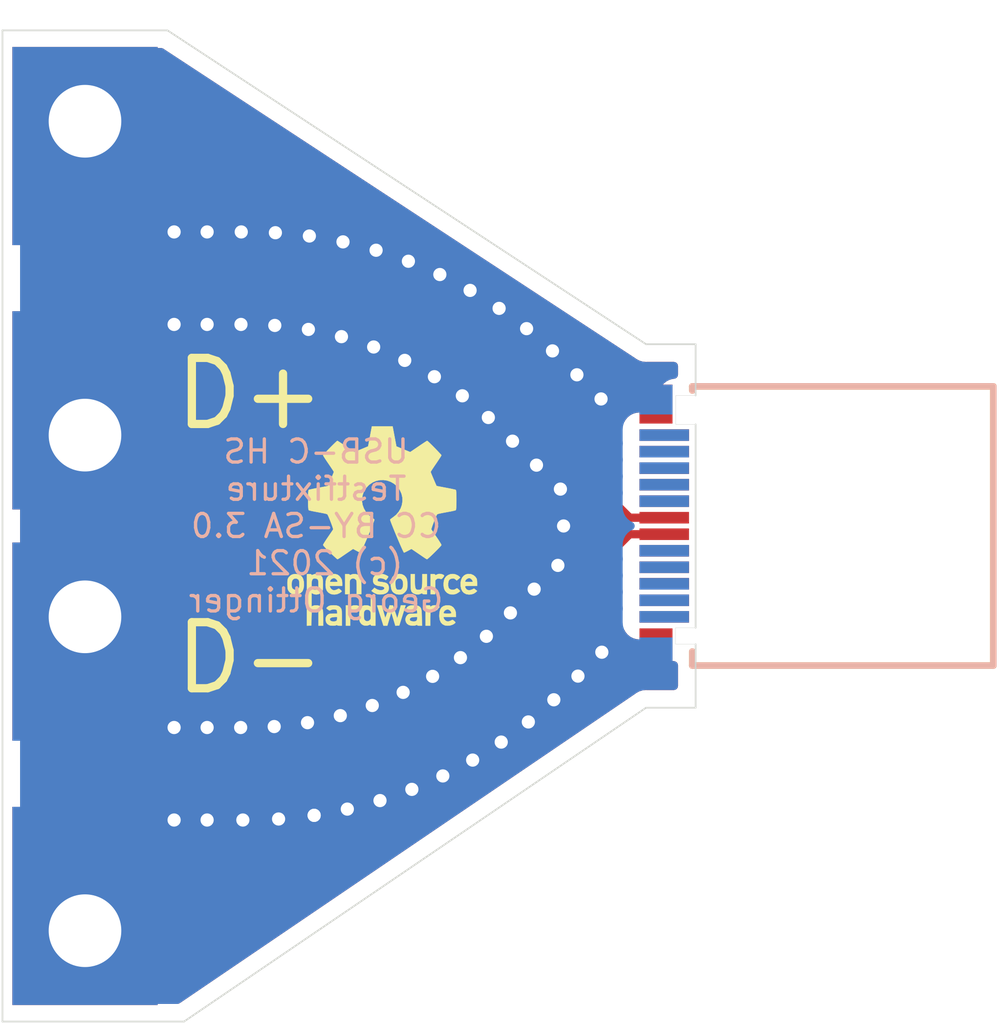
<source format=kicad_pcb>
(kicad_pcb (version 20171130) (host pcbnew 5.1.9-73d0e3b20d~88~ubuntu18.04.1)

  (general
    (thickness 1.6)
    (drawings 61)
    (tracks 104)
    (zones 0)
    (modules 4)
    (nets 24)
  )

  (page A4)
  (layers
    (0 F.Cu signal)
    (31 B.Cu signal)
    (32 B.Adhes user)
    (33 F.Adhes user)
    (34 B.Paste user)
    (35 F.Paste user)
    (36 B.SilkS user)
    (37 F.SilkS user)
    (38 B.Mask user)
    (39 F.Mask user)
    (40 Dwgs.User user)
    (41 Cmts.User user)
    (42 Eco1.User user)
    (43 Eco2.User user)
    (44 Edge.Cuts user)
    (45 Margin user)
    (46 B.CrtYd user)
    (47 F.CrtYd user)
    (48 B.Fab user)
    (49 F.Fab user)
  )

  (setup
    (last_trace_width 0.25)
    (user_trace_width 1)
    (trace_clearance 0.01)
    (zone_clearance 0.508)
    (zone_45_only no)
    (trace_min 0.01)
    (via_size 0.8)
    (via_drill 0.4)
    (via_min_size 0.4)
    (via_min_drill 0.3)
    (uvia_size 0.3)
    (uvia_drill 0.1)
    (uvias_allowed no)
    (uvia_min_size 0.2)
    (uvia_min_drill 0.1)
    (edge_width 0.05)
    (segment_width 0.2)
    (pcb_text_width 0.3)
    (pcb_text_size 1.5 1.5)
    (mod_edge_width 0.12)
    (mod_text_size 1 1)
    (mod_text_width 0.15)
    (pad_size 4.4 6)
    (pad_drill 0)
    (pad_to_mask_clearance 0)
    (aux_axis_origin 0 0)
    (visible_elements FFFFF77F)
    (pcbplotparams
      (layerselection 0x010fc_ffffffff)
      (usegerberextensions false)
      (usegerberattributes true)
      (usegerberadvancedattributes true)
      (creategerberjobfile true)
      (excludeedgelayer true)
      (linewidth 0.100000)
      (plotframeref false)
      (viasonmask false)
      (mode 1)
      (useauxorigin false)
      (hpglpennumber 1)
      (hpglpenspeed 20)
      (hpglpendiameter 15.000000)
      (psnegative false)
      (psa4output false)
      (plotreference true)
      (plotvalue true)
      (plotinvisibletext false)
      (padsonsilk false)
      (subtractmaskfromsilk false)
      (outputformat 1)
      (mirror false)
      (drillshape 1)
      (scaleselection 1)
      (outputdirectory ""))
  )

  (net 0 "")
  (net 1 "Net-(J101-Pad1)")
  (net 2 GND)
  (net 3 "Net-(J102-Pad1)")
  (net 4 "Net-(J103-PadB12)")
  (net 5 "Net-(J103-PadB11)")
  (net 6 "Net-(J103-PadB10)")
  (net 7 "Net-(J103-PadB9)")
  (net 8 "Net-(J103-PadB8)")
  (net 9 "Net-(J103-PadB5)")
  (net 10 "Net-(J103-PadB4)")
  (net 11 "Net-(J103-PadB3)")
  (net 12 "Net-(J103-PadB2)")
  (net 13 "Net-(J103-PadB1)")
  (net 14 "Net-(J103-PadA12)")
  (net 15 "Net-(J103-PadA11)")
  (net 16 "Net-(J103-PadA10)")
  (net 17 "Net-(J103-PadA9)")
  (net 18 "Net-(J103-PadA8)")
  (net 19 "Net-(J103-PadA5)")
  (net 20 "Net-(J103-PadA4)")
  (net 21 "Net-(J103-PadA3)")
  (net 22 "Net-(J103-PadA2)")
  (net 23 "Net-(J103-PadA1)")

  (net_class Default "This is the default net class."
    (clearance 0.01)
    (trace_width 0.25)
    (via_dia 0.8)
    (via_drill 0.4)
    (uvia_dia 0.3)
    (uvia_drill 0.1)
    (add_net GND)
    (add_net "Net-(J101-Pad1)")
    (add_net "Net-(J102-Pad1)")
    (add_net "Net-(J103-PadA1)")
    (add_net "Net-(J103-PadA10)")
    (add_net "Net-(J103-PadA11)")
    (add_net "Net-(J103-PadA12)")
    (add_net "Net-(J103-PadA2)")
    (add_net "Net-(J103-PadA3)")
    (add_net "Net-(J103-PadA4)")
    (add_net "Net-(J103-PadA5)")
    (add_net "Net-(J103-PadA8)")
    (add_net "Net-(J103-PadA9)")
    (add_net "Net-(J103-PadB1)")
    (add_net "Net-(J103-PadB10)")
    (add_net "Net-(J103-PadB11)")
    (add_net "Net-(J103-PadB12)")
    (add_net "Net-(J103-PadB2)")
    (add_net "Net-(J103-PadB3)")
    (add_net "Net-(J103-PadB4)")
    (add_net "Net-(J103-PadB5)")
    (add_net "Net-(J103-PadB8)")
    (add_net "Net-(J103-PadB9)")
  )

  (net_class 50ohm ""
    (clearance 0.5)
    (trace_width 0.25)
    (via_dia 0.8)
    (via_drill 0.4)
    (uvia_dia 0.3)
    (uvia_drill 0.1)
  )

  (module Symbol:OSHW-Logo_5.7x6mm_SilkScreen (layer F.Cu) (tedit 0) (tstamp 5FFE9347)
    (at 140 60)
    (descr "Open Source Hardware Logo")
    (tags "Logo OSHW")
    (attr virtual)
    (fp_text reference REF** (at 0 0) (layer F.SilkS) hide
      (effects (font (size 1 1) (thickness 0.15)))
    )
    (fp_text value OSHW-Logo_5.7x6mm_SilkScreen (at 0.75 0) (layer F.Fab) hide
      (effects (font (size 1 1) (thickness 0.15)))
    )
    (fp_poly (pts (xy -1.908759 1.469184) (xy -1.882247 1.482282) (xy -1.849553 1.505106) (xy -1.825725 1.529996)
      (xy -1.809406 1.561249) (xy -1.79924 1.603166) (xy -1.793872 1.660044) (xy -1.791944 1.736184)
      (xy -1.791831 1.768917) (xy -1.792161 1.840656) (xy -1.793527 1.891927) (xy -1.7965 1.927404)
      (xy -1.801649 1.951763) (xy -1.809543 1.96968) (xy -1.817757 1.981902) (xy -1.870187 2.033905)
      (xy -1.93193 2.065184) (xy -1.998536 2.074592) (xy -2.065558 2.06098) (xy -2.086792 2.051354)
      (xy -2.137624 2.024859) (xy -2.137624 2.440052) (xy -2.100525 2.420868) (xy -2.051643 2.406025)
      (xy -1.991561 2.402222) (xy -1.931564 2.409243) (xy -1.886256 2.425013) (xy -1.848675 2.455047)
      (xy -1.816564 2.498024) (xy -1.81415 2.502436) (xy -1.803967 2.523221) (xy -1.79653 2.54417)
      (xy -1.791411 2.569548) (xy -1.788181 2.603618) (xy -1.786413 2.650641) (xy -1.785677 2.714882)
      (xy -1.785544 2.787176) (xy -1.785544 3.017822) (xy -1.923861 3.017822) (xy -1.923861 2.592533)
      (xy -1.962549 2.559979) (xy -2.002738 2.53394) (xy -2.040797 2.529205) (xy -2.079066 2.541389)
      (xy -2.099462 2.55332) (xy -2.114642 2.570313) (xy -2.125438 2.595995) (xy -2.132683 2.633991)
      (xy -2.137208 2.687926) (xy -2.139844 2.761425) (xy -2.140772 2.810347) (xy -2.143911 3.011535)
      (xy -2.209926 3.015336) (xy -2.27594 3.019136) (xy -2.27594 1.77065) (xy -2.137624 1.77065)
      (xy -2.134097 1.840254) (xy -2.122215 1.888569) (xy -2.10002 1.918631) (xy -2.065559 1.933471)
      (xy -2.030742 1.936436) (xy -1.991329 1.933028) (xy -1.965171 1.919617) (xy -1.948814 1.901896)
      (xy -1.935937 1.882835) (xy -1.928272 1.861601) (xy -1.924861 1.831849) (xy -1.924749 1.787236)
      (xy -1.925897 1.74988) (xy -1.928532 1.693604) (xy -1.932456 1.656658) (xy -1.939063 1.633223)
      (xy -1.949749 1.61748) (xy -1.959833 1.60838) (xy -2.00197 1.588537) (xy -2.05184 1.585332)
      (xy -2.080476 1.592168) (xy -2.108828 1.616464) (xy -2.127609 1.663728) (xy -2.136712 1.733624)
      (xy -2.137624 1.77065) (xy -2.27594 1.77065) (xy -2.27594 1.458614) (xy -2.206782 1.458614)
      (xy -2.16526 1.460256) (xy -2.143838 1.466087) (xy -2.137626 1.477461) (xy -2.137624 1.477798)
      (xy -2.134742 1.488938) (xy -2.12203 1.487673) (xy -2.096757 1.475433) (xy -2.037869 1.456707)
      (xy -1.971615 1.454739) (xy -1.908759 1.469184)) (layer F.SilkS) (width 0.01))
    (fp_poly (pts (xy -1.38421 2.406555) (xy -1.325055 2.422339) (xy -1.280023 2.450948) (xy -1.248246 2.488419)
      (xy -1.238366 2.504411) (xy -1.231073 2.521163) (xy -1.225974 2.542592) (xy -1.222679 2.572616)
      (xy -1.220797 2.615154) (xy -1.219937 2.674122) (xy -1.219707 2.75344) (xy -1.219703 2.774484)
      (xy -1.219703 3.017822) (xy -1.280059 3.017822) (xy -1.318557 3.015126) (xy -1.347023 3.008295)
      (xy -1.354155 3.004083) (xy -1.373652 2.996813) (xy -1.393566 3.004083) (xy -1.426353 3.01316)
      (xy -1.473978 3.016813) (xy -1.526764 3.015228) (xy -1.575036 3.008589) (xy -1.603218 3.000072)
      (xy -1.657753 2.965063) (xy -1.691835 2.916479) (xy -1.707157 2.851882) (xy -1.707299 2.850223)
      (xy -1.705955 2.821566) (xy -1.584356 2.821566) (xy -1.573726 2.854161) (xy -1.55641 2.872505)
      (xy -1.521652 2.886379) (xy -1.475773 2.891917) (xy -1.428988 2.889191) (xy -1.391514 2.878274)
      (xy -1.381015 2.871269) (xy -1.362668 2.838904) (xy -1.35802 2.802111) (xy -1.35802 2.753763)
      (xy -1.427582 2.753763) (xy -1.493667 2.75885) (xy -1.543764 2.773263) (xy -1.574929 2.795729)
      (xy -1.584356 2.821566) (xy -1.705955 2.821566) (xy -1.703987 2.779647) (xy -1.68071 2.723845)
      (xy -1.636948 2.681647) (xy -1.630899 2.677808) (xy -1.604907 2.665309) (xy -1.572735 2.65774)
      (xy -1.52776 2.654061) (xy -1.474331 2.653216) (xy -1.35802 2.653169) (xy -1.35802 2.604411)
      (xy -1.362953 2.566581) (xy -1.375543 2.541236) (xy -1.377017 2.539887) (xy -1.405034 2.5288)
      (xy -1.447326 2.524503) (xy -1.494064 2.526615) (xy -1.535418 2.534756) (xy -1.559957 2.546965)
      (xy -1.573253 2.556746) (xy -1.587294 2.558613) (xy -1.606671 2.5506) (xy -1.635976 2.530739)
      (xy -1.679803 2.497063) (xy -1.683825 2.493909) (xy -1.681764 2.482236) (xy -1.664568 2.462822)
      (xy -1.638433 2.441248) (xy -1.609552 2.423096) (xy -1.600478 2.418809) (xy -1.56738 2.410256)
      (xy -1.51888 2.404155) (xy -1.464695 2.401708) (xy -1.462161 2.401703) (xy -1.38421 2.406555)) (layer F.SilkS) (width 0.01))
    (fp_poly (pts (xy -0.993356 2.40302) (xy -0.974539 2.40866) (xy -0.968473 2.421053) (xy -0.968218 2.426647)
      (xy -0.967129 2.44223) (xy -0.959632 2.444676) (xy -0.939381 2.433993) (xy -0.927351 2.426694)
      (xy -0.8894 2.411063) (xy -0.844072 2.403334) (xy -0.796544 2.40274) (xy -0.751995 2.408513)
      (xy -0.715602 2.419884) (xy -0.692543 2.436088) (xy -0.687996 2.456355) (xy -0.690291 2.461843)
      (xy -0.70702 2.484626) (xy -0.732963 2.512647) (xy -0.737655 2.517177) (xy -0.762383 2.538005)
      (xy -0.783718 2.544735) (xy -0.813555 2.540038) (xy -0.825508 2.536917) (xy -0.862705 2.529421)
      (xy -0.888859 2.532792) (xy -0.910946 2.544681) (xy -0.931178 2.560635) (xy -0.946079 2.5807)
      (xy -0.956434 2.608702) (xy -0.963029 2.648467) (xy -0.966649 2.703823) (xy -0.968078 2.778594)
      (xy -0.968218 2.82374) (xy -0.968218 3.017822) (xy -1.09396 3.017822) (xy -1.09396 2.401683)
      (xy -1.031089 2.401683) (xy -0.993356 2.40302)) (layer F.SilkS) (width 0.01))
    (fp_poly (pts (xy -0.201188 3.017822) (xy -0.270346 3.017822) (xy -0.310488 3.016645) (xy -0.331394 3.011772)
      (xy -0.338922 3.001186) (xy -0.339505 2.994029) (xy -0.340774 2.979676) (xy -0.348779 2.976923)
      (xy -0.369815 2.985771) (xy -0.386173 2.994029) (xy -0.448977 3.013597) (xy -0.517248 3.014729)
      (xy -0.572752 3.000135) (xy -0.624438 2.964877) (xy -0.663838 2.912835) (xy -0.685413 2.85145)
      (xy -0.685962 2.848018) (xy -0.689167 2.810571) (xy -0.690761 2.756813) (xy -0.690633 2.716155)
      (xy -0.553279 2.716155) (xy -0.550097 2.770194) (xy -0.542859 2.814735) (xy -0.53306 2.839888)
      (xy -0.495989 2.87426) (xy -0.451974 2.886582) (xy -0.406584 2.876618) (xy -0.367797 2.846895)
      (xy -0.353108 2.826905) (xy -0.344519 2.80305) (xy -0.340496 2.76823) (xy -0.339505 2.71593)
      (xy -0.341278 2.664139) (xy -0.345963 2.618634) (xy -0.352603 2.588181) (xy -0.35371 2.585452)
      (xy -0.380491 2.553) (xy -0.419579 2.535183) (xy -0.463315 2.532306) (xy -0.504038 2.544674)
      (xy -0.534087 2.572593) (xy -0.537204 2.578148) (xy -0.546961 2.612022) (xy -0.552277 2.660728)
      (xy -0.553279 2.716155) (xy -0.690633 2.716155) (xy -0.690568 2.69554) (xy -0.689664 2.662563)
      (xy -0.683514 2.580981) (xy -0.670733 2.51973) (xy -0.649471 2.474449) (xy -0.617878 2.440779)
      (xy -0.587207 2.421014) (xy -0.544354 2.40712) (xy -0.491056 2.402354) (xy -0.43648 2.406236)
      (xy -0.389792 2.418282) (xy -0.365124 2.432693) (xy -0.339505 2.455878) (xy -0.339505 2.162773)
      (xy -0.201188 2.162773) (xy -0.201188 3.017822)) (layer F.SilkS) (width 0.01))
    (fp_poly (pts (xy 0.281524 2.404237) (xy 0.331255 2.407971) (xy 0.461291 2.797773) (xy 0.481678 2.728614)
      (xy 0.493946 2.685874) (xy 0.510085 2.628115) (xy 0.527512 2.564625) (xy 0.536726 2.53057)
      (xy 0.571388 2.401683) (xy 0.714391 2.401683) (xy 0.671646 2.536857) (xy 0.650596 2.603342)
      (xy 0.625167 2.683539) (xy 0.59861 2.767193) (xy 0.574902 2.841782) (xy 0.520902 3.011535)
      (xy 0.462598 3.015328) (xy 0.404295 3.019122) (xy 0.372679 2.914734) (xy 0.353182 2.849889)
      (xy 0.331904 2.7784) (xy 0.313308 2.715263) (xy 0.312574 2.71275) (xy 0.298684 2.669969)
      (xy 0.286429 2.640779) (xy 0.277846 2.629741) (xy 0.276082 2.631018) (xy 0.269891 2.64813)
      (xy 0.258128 2.684787) (xy 0.242225 2.736378) (xy 0.223614 2.798294) (xy 0.213543 2.832352)
      (xy 0.159007 3.017822) (xy 0.043264 3.017822) (xy -0.049263 2.725471) (xy -0.075256 2.643462)
      (xy -0.098934 2.568987) (xy -0.11918 2.505544) (xy -0.134874 2.456632) (xy -0.144898 2.425749)
      (xy -0.147945 2.416726) (xy -0.145533 2.407487) (xy -0.126592 2.403441) (xy -0.087177 2.403846)
      (xy -0.081007 2.404152) (xy -0.007914 2.407971) (xy 0.039957 2.58401) (xy 0.057553 2.648211)
      (xy 0.073277 2.704649) (xy 0.085746 2.748422) (xy 0.093574 2.77463) (xy 0.09502 2.778903)
      (xy 0.101014 2.77399) (xy 0.113101 2.748532) (xy 0.129893 2.705997) (xy 0.150003 2.64985)
      (xy 0.167003 2.59913) (xy 0.231794 2.400504) (xy 0.281524 2.404237)) (layer F.SilkS) (width 0.01))
    (fp_poly (pts (xy 1.038411 2.405417) (xy 1.091411 2.41829) (xy 1.106731 2.42511) (xy 1.136428 2.442974)
      (xy 1.15922 2.463093) (xy 1.176083 2.488962) (xy 1.187998 2.524073) (xy 1.195942 2.57192)
      (xy 1.200894 2.635996) (xy 1.203831 2.719794) (xy 1.204947 2.775768) (xy 1.209052 3.017822)
      (xy 1.138932 3.017822) (xy 1.096393 3.016038) (xy 1.074476 3.009942) (xy 1.068812 2.999706)
      (xy 1.065821 2.988637) (xy 1.052451 2.990754) (xy 1.034233 2.999629) (xy 0.988624 3.013233)
      (xy 0.930007 3.016899) (xy 0.868354 3.010903) (xy 0.813638 2.995521) (xy 0.80873 2.993386)
      (xy 0.758723 2.958255) (xy 0.725756 2.909419) (xy 0.710587 2.852333) (xy 0.711746 2.831824)
      (xy 0.835508 2.831824) (xy 0.846413 2.859425) (xy 0.878745 2.879204) (xy 0.93091 2.889819)
      (xy 0.958787 2.891228) (xy 1.005247 2.88762) (xy 1.036129 2.873597) (xy 1.043664 2.866931)
      (xy 1.064076 2.830666) (xy 1.068812 2.797773) (xy 1.068812 2.753763) (xy 1.007513 2.753763)
      (xy 0.936256 2.757395) (xy 0.886276 2.768818) (xy 0.854696 2.788824) (xy 0.847626 2.797743)
      (xy 0.835508 2.831824) (xy 0.711746 2.831824) (xy 0.713971 2.792456) (xy 0.736663 2.735244)
      (xy 0.767624 2.69658) (xy 0.786376 2.679864) (xy 0.804733 2.668878) (xy 0.828619 2.66218)
      (xy 0.863957 2.658326) (xy 0.916669 2.655873) (xy 0.937577 2.655168) (xy 1.068812 2.650879)
      (xy 1.06862 2.611158) (xy 1.063537 2.569405) (xy 1.045162 2.544158) (xy 1.008039 2.52803)
      (xy 1.007043 2.527742) (xy 0.95441 2.5214) (xy 0.902906 2.529684) (xy 0.86463 2.549827)
      (xy 0.849272 2.559773) (xy 0.83273 2.558397) (xy 0.807275 2.543987) (xy 0.792328 2.533817)
      (xy 0.763091 2.512088) (xy 0.74498 2.4958) (xy 0.742074 2.491137) (xy 0.75404 2.467005)
      (xy 0.789396 2.438185) (xy 0.804753 2.428461) (xy 0.848901 2.411714) (xy 0.908398 2.402227)
      (xy 0.974487 2.400095) (xy 1.038411 2.405417)) (layer F.SilkS) (width 0.01))
    (fp_poly (pts (xy 1.635255 2.401486) (xy 1.683595 2.411015) (xy 1.711114 2.425125) (xy 1.740064 2.448568)
      (xy 1.698876 2.500571) (xy 1.673482 2.532064) (xy 1.656238 2.547428) (xy 1.639102 2.549776)
      (xy 1.614027 2.542217) (xy 1.602257 2.537941) (xy 1.55427 2.531631) (xy 1.510324 2.545156)
      (xy 1.47806 2.57571) (xy 1.472819 2.585452) (xy 1.467112 2.611258) (xy 1.462706 2.658817)
      (xy 1.459811 2.724758) (xy 1.458631 2.80571) (xy 1.458614 2.817226) (xy 1.458614 3.017822)
      (xy 1.320297 3.017822) (xy 1.320297 2.401683) (xy 1.389456 2.401683) (xy 1.429333 2.402725)
      (xy 1.450107 2.407358) (xy 1.457789 2.417849) (xy 1.458614 2.427745) (xy 1.458614 2.453806)
      (xy 1.491745 2.427745) (xy 1.529735 2.409965) (xy 1.58077 2.401174) (xy 1.635255 2.401486)) (layer F.SilkS) (width 0.01))
    (fp_poly (pts (xy 2.032581 2.40497) (xy 2.092685 2.420597) (xy 2.143021 2.452848) (xy 2.167393 2.47694)
      (xy 2.207345 2.533895) (xy 2.230242 2.599965) (xy 2.238108 2.681182) (xy 2.238148 2.687748)
      (xy 2.238218 2.753763) (xy 1.858264 2.753763) (xy 1.866363 2.788342) (xy 1.880987 2.819659)
      (xy 1.906581 2.852291) (xy 1.911935 2.8575) (xy 1.957943 2.885694) (xy 2.01041 2.890475)
      (xy 2.070803 2.871926) (xy 2.08104 2.866931) (xy 2.112439 2.851745) (xy 2.13347 2.843094)
      (xy 2.137139 2.842293) (xy 2.149948 2.850063) (xy 2.174378 2.869072) (xy 2.186779 2.87946)
      (xy 2.212476 2.903321) (xy 2.220915 2.919077) (xy 2.215058 2.933571) (xy 2.211928 2.937534)
      (xy 2.190725 2.954879) (xy 2.155738 2.975959) (xy 2.131337 2.988265) (xy 2.062072 3.009946)
      (xy 1.985388 3.016971) (xy 1.912765 3.008647) (xy 1.892426 3.002686) (xy 1.829476 2.968952)
      (xy 1.782815 2.917045) (xy 1.752173 2.846459) (xy 1.737282 2.756692) (xy 1.735647 2.709753)
      (xy 1.740421 2.641413) (xy 1.86099 2.641413) (xy 1.872652 2.646465) (xy 1.903998 2.650429)
      (xy 1.949571 2.652768) (xy 1.980446 2.653169) (xy 2.035981 2.652783) (xy 2.071033 2.650975)
      (xy 2.090262 2.646773) (xy 2.09833 2.639203) (xy 2.099901 2.628218) (xy 2.089121 2.594381)
      (xy 2.06198 2.56094) (xy 2.026277 2.535272) (xy 1.99056 2.524772) (xy 1.942048 2.534086)
      (xy 1.900053 2.561013) (xy 1.870936 2.599827) (xy 1.86099 2.641413) (xy 1.740421 2.641413)
      (xy 1.742599 2.610236) (xy 1.764055 2.530949) (xy 1.80047 2.471263) (xy 1.852297 2.430549)
      (xy 1.91999 2.408179) (xy 1.956662 2.403871) (xy 2.032581 2.40497)) (layer F.SilkS) (width 0.01))
    (fp_poly (pts (xy -2.538261 1.465148) (xy -2.472479 1.494231) (xy -2.42254 1.542793) (xy -2.388374 1.610908)
      (xy -2.369907 1.698651) (xy -2.368583 1.712351) (xy -2.367546 1.808939) (xy -2.380993 1.893602)
      (xy -2.408108 1.962221) (xy -2.422627 1.984294) (xy -2.473201 2.031011) (xy -2.537609 2.061268)
      (xy -2.609666 2.073824) (xy -2.683185 2.067439) (xy -2.739072 2.047772) (xy -2.787132 2.014629)
      (xy -2.826412 1.971175) (xy -2.827092 1.970158) (xy -2.843044 1.943338) (xy -2.85341 1.916368)
      (xy -2.859688 1.882332) (xy -2.863373 1.83431) (xy -2.864997 1.794931) (xy -2.865672 1.759219)
      (xy -2.739955 1.759219) (xy -2.738726 1.79477) (xy -2.734266 1.842094) (xy -2.726397 1.872465)
      (xy -2.712207 1.894072) (xy -2.698917 1.906694) (xy -2.651802 1.933122) (xy -2.602505 1.936653)
      (xy -2.556593 1.917639) (xy -2.533638 1.896331) (xy -2.517096 1.874859) (xy -2.507421 1.854313)
      (xy -2.503174 1.827574) (xy -2.50292 1.787523) (xy -2.504228 1.750638) (xy -2.507043 1.697947)
      (xy -2.511505 1.663772) (xy -2.519548 1.64148) (xy -2.533103 1.624442) (xy -2.543845 1.614703)
      (xy -2.588777 1.589123) (xy -2.637249 1.587847) (xy -2.677894 1.602999) (xy -2.712567 1.634642)
      (xy -2.733224 1.68662) (xy -2.739955 1.759219) (xy -2.865672 1.759219) (xy -2.866479 1.716621)
      (xy -2.863948 1.658056) (xy -2.856362 1.614007) (xy -2.842681 1.579248) (xy -2.821865 1.548551)
      (xy -2.814147 1.539436) (xy -2.765889 1.494021) (xy -2.714128 1.467493) (xy -2.650828 1.456379)
      (xy -2.619961 1.455471) (xy -2.538261 1.465148)) (layer F.SilkS) (width 0.01))
    (fp_poly (pts (xy -1.356699 1.472614) (xy -1.344168 1.478514) (xy -1.300799 1.510283) (xy -1.25979 1.556646)
      (xy -1.229168 1.607696) (xy -1.220459 1.631166) (xy -1.212512 1.673091) (xy -1.207774 1.723757)
      (xy -1.207199 1.744679) (xy -1.207129 1.810693) (xy -1.587083 1.810693) (xy -1.578983 1.845273)
      (xy -1.559104 1.88617) (xy -1.524347 1.921514) (xy -1.482998 1.944282) (xy -1.456649 1.94901)
      (xy -1.420916 1.943273) (xy -1.378282 1.928882) (xy -1.363799 1.922262) (xy -1.31024 1.895513)
      (xy -1.264533 1.930376) (xy -1.238158 1.953955) (xy -1.224124 1.973417) (xy -1.223414 1.979129)
      (xy -1.235951 1.992973) (xy -1.263428 2.014012) (xy -1.288366 2.030425) (xy -1.355664 2.05993)
      (xy -1.43111 2.073284) (xy -1.505888 2.069812) (xy -1.565495 2.051663) (xy -1.626941 2.012784)
      (xy -1.670608 1.961595) (xy -1.697926 1.895367) (xy -1.710322 1.811371) (xy -1.711421 1.772936)
      (xy -1.707022 1.684861) (xy -1.706482 1.682299) (xy -1.580582 1.682299) (xy -1.577115 1.690558)
      (xy -1.562863 1.695113) (xy -1.53347 1.697065) (xy -1.484575 1.697517) (xy -1.465748 1.697525)
      (xy -1.408467 1.696843) (xy -1.372141 1.694364) (xy -1.352604 1.689443) (xy -1.34569 1.681434)
      (xy -1.345445 1.678862) (xy -1.353336 1.658423) (xy -1.373085 1.629789) (xy -1.381575 1.619763)
      (xy -1.413094 1.591408) (xy -1.445949 1.580259) (xy -1.463651 1.579327) (xy -1.511539 1.590981)
      (xy -1.551699 1.622285) (xy -1.577173 1.667752) (xy -1.577625 1.669233) (xy -1.580582 1.682299)
      (xy -1.706482 1.682299) (xy -1.692392 1.61551) (xy -1.666038 1.560025) (xy -1.633807 1.520639)
      (xy -1.574217 1.477931) (xy -1.504168 1.455109) (xy -1.429661 1.453046) (xy -1.356699 1.472614)) (layer F.SilkS) (width 0.01))
    (fp_poly (pts (xy 0.014017 1.456452) (xy 0.061634 1.465482) (xy 0.111034 1.48437) (xy 0.116312 1.486777)
      (xy 0.153774 1.506476) (xy 0.179717 1.524781) (xy 0.188103 1.536508) (xy 0.180117 1.555632)
      (xy 0.16072 1.58385) (xy 0.15211 1.594384) (xy 0.116628 1.635847) (xy 0.070885 1.608858)
      (xy 0.02735 1.590878) (xy -0.02295 1.581267) (xy -0.071188 1.58066) (xy -0.108533 1.589691)
      (xy -0.117495 1.595327) (xy -0.134563 1.621171) (xy -0.136637 1.650941) (xy -0.123866 1.674197)
      (xy -0.116312 1.678708) (xy -0.093675 1.684309) (xy -0.053885 1.690892) (xy -0.004834 1.697183)
      (xy 0.004215 1.69817) (xy 0.082996 1.711798) (xy 0.140136 1.734946) (xy 0.17803 1.769752)
      (xy 0.199079 1.818354) (xy 0.205635 1.877718) (xy 0.196577 1.945198) (xy 0.167164 1.998188)
      (xy 0.117278 2.036783) (xy 0.0468 2.061081) (xy -0.031435 2.070667) (xy -0.095234 2.070552)
      (xy -0.146984 2.061845) (xy -0.182327 2.049825) (xy -0.226983 2.02888) (xy -0.268253 2.004574)
      (xy -0.282921 1.993876) (xy -0.320643 1.963084) (xy -0.275148 1.917049) (xy -0.229653 1.871013)
      (xy -0.177928 1.905243) (xy -0.126048 1.930952) (xy -0.070649 1.944399) (xy -0.017395 1.945818)
      (xy 0.028049 1.935443) (xy 0.060016 1.913507) (xy 0.070338 1.894998) (xy 0.068789 1.865314)
      (xy 0.04314 1.842615) (xy -0.00654 1.82694) (xy -0.060969 1.819695) (xy -0.144736 1.805873)
      (xy -0.206967 1.779796) (xy -0.248493 1.740699) (xy -0.270147 1.68782) (xy -0.273147 1.625126)
      (xy -0.258329 1.559642) (xy -0.224546 1.510144) (xy -0.171495 1.476408) (xy -0.098874 1.458207)
      (xy -0.045072 1.454639) (xy 0.014017 1.456452)) (layer F.SilkS) (width 0.01))
    (fp_poly (pts (xy 0.610762 1.466055) (xy 0.674363 1.500692) (xy 0.724123 1.555372) (xy 0.747568 1.599842)
      (xy 0.757634 1.639121) (xy 0.764156 1.695116) (xy 0.766951 1.759621) (xy 0.765836 1.824429)
      (xy 0.760626 1.881334) (xy 0.754541 1.911727) (xy 0.734014 1.953306) (xy 0.698463 1.997468)
      (xy 0.655619 2.036087) (xy 0.613211 2.061034) (xy 0.612177 2.06143) (xy 0.559553 2.072331)
      (xy 0.497188 2.072601) (xy 0.437924 2.062676) (xy 0.41504 2.054722) (xy 0.356102 2.0213)
      (xy 0.31389 1.977511) (xy 0.286156 1.919538) (xy 0.270651 1.843565) (xy 0.267143 1.803771)
      (xy 0.26759 1.753766) (xy 0.402376 1.753766) (xy 0.406917 1.826732) (xy 0.419986 1.882334)
      (xy 0.440756 1.917861) (xy 0.455552 1.92802) (xy 0.493464 1.935104) (xy 0.538527 1.933007)
      (xy 0.577487 1.922812) (xy 0.587704 1.917204) (xy 0.614659 1.884538) (xy 0.632451 1.834545)
      (xy 0.640024 1.773705) (xy 0.636325 1.708497) (xy 0.628057 1.669253) (xy 0.60432 1.623805)
      (xy 0.566849 1.595396) (xy 0.52172 1.585573) (xy 0.475011 1.595887) (xy 0.439132 1.621112)
      (xy 0.420277 1.641925) (xy 0.409272 1.662439) (xy 0.404026 1.690203) (xy 0.402449 1.732762)
      (xy 0.402376 1.753766) (xy 0.26759 1.753766) (xy 0.268094 1.69758) (xy 0.285388 1.610501)
      (xy 0.319029 1.54253) (xy 0.369018 1.493664) (xy 0.435356 1.463899) (xy 0.449601 1.460448)
      (xy 0.53521 1.452345) (xy 0.610762 1.466055)) (layer F.SilkS) (width 0.01))
    (fp_poly (pts (xy 0.993367 1.654342) (xy 0.994555 1.746563) (xy 0.998897 1.81661) (xy 1.007558 1.867381)
      (xy 1.021704 1.901772) (xy 1.0425 1.922679) (xy 1.07111 1.933) (xy 1.106535 1.935636)
      (xy 1.143636 1.932682) (xy 1.171818 1.921889) (xy 1.192243 1.90036) (xy 1.206079 1.865199)
      (xy 1.214491 1.81351) (xy 1.218643 1.742394) (xy 1.219703 1.654342) (xy 1.219703 1.458614)
      (xy 1.35802 1.458614) (xy 1.35802 2.062179) (xy 1.288862 2.062179) (xy 1.24717 2.060489)
      (xy 1.225701 2.054556) (xy 1.219703 2.043293) (xy 1.216091 2.033261) (xy 1.201714 2.035383)
      (xy 1.172736 2.04958) (xy 1.106319 2.07148) (xy 1.035875 2.069928) (xy 0.968377 2.046147)
      (xy 0.936233 2.027362) (xy 0.911715 2.007022) (xy 0.893804 1.981573) (xy 0.881479 1.947458)
      (xy 0.873723 1.901121) (xy 0.869516 1.839007) (xy 0.86784 1.757561) (xy 0.867624 1.694578)
      (xy 0.867624 1.458614) (xy 0.993367 1.458614) (xy 0.993367 1.654342)) (layer F.SilkS) (width 0.01))
    (fp_poly (pts (xy 2.217226 1.46388) (xy 2.29008 1.49483) (xy 2.313027 1.509895) (xy 2.342354 1.533048)
      (xy 2.360764 1.551253) (xy 2.363961 1.557183) (xy 2.354935 1.57034) (xy 2.331837 1.592667)
      (xy 2.313344 1.60825) (xy 2.262728 1.648926) (xy 2.22276 1.615295) (xy 2.191874 1.593584)
      (xy 2.161759 1.58609) (xy 2.127292 1.58792) (xy 2.072561 1.601528) (xy 2.034886 1.629772)
      (xy 2.011991 1.675433) (xy 2.001597 1.741289) (xy 2.001595 1.741331) (xy 2.002494 1.814939)
      (xy 2.016463 1.868946) (xy 2.044328 1.905716) (xy 2.063325 1.918168) (xy 2.113776 1.933673)
      (xy 2.167663 1.933683) (xy 2.214546 1.918638) (xy 2.225644 1.911287) (xy 2.253476 1.892511)
      (xy 2.275236 1.889434) (xy 2.298704 1.903409) (xy 2.324649 1.92851) (xy 2.365716 1.97088)
      (xy 2.320121 2.008464) (xy 2.249674 2.050882) (xy 2.170233 2.071785) (xy 2.087215 2.070272)
      (xy 2.032694 2.056411) (xy 1.96897 2.022135) (xy 1.918005 1.968212) (xy 1.894851 1.930149)
      (xy 1.876099 1.875536) (xy 1.866715 1.806369) (xy 1.866643 1.731407) (xy 1.875824 1.659409)
      (xy 1.894199 1.599137) (xy 1.897093 1.592958) (xy 1.939952 1.532351) (xy 1.997979 1.488224)
      (xy 2.066591 1.461493) (xy 2.141201 1.453073) (xy 2.217226 1.46388)) (layer F.SilkS) (width 0.01))
    (fp_poly (pts (xy 2.677898 1.456457) (xy 2.710096 1.464279) (xy 2.771825 1.492921) (xy 2.82461 1.536667)
      (xy 2.861141 1.589117) (xy 2.86616 1.600893) (xy 2.873045 1.63174) (xy 2.877864 1.677371)
      (xy 2.879505 1.723492) (xy 2.879505 1.810693) (xy 2.697178 1.810693) (xy 2.621979 1.810978)
      (xy 2.569003 1.812704) (xy 2.535325 1.817181) (xy 2.51802 1.82572) (xy 2.514163 1.83963)
      (xy 2.520829 1.860222) (xy 2.53277 1.884315) (xy 2.56608 1.924525) (xy 2.612368 1.944558)
      (xy 2.668944 1.943905) (xy 2.733031 1.922101) (xy 2.788417 1.895193) (xy 2.834375 1.931532)
      (xy 2.880333 1.967872) (xy 2.837096 2.007819) (xy 2.779374 2.045563) (xy 2.708386 2.06832)
      (xy 2.632029 2.074688) (xy 2.558199 2.063268) (xy 2.546287 2.059393) (xy 2.481399 2.025506)
      (xy 2.43313 1.974986) (xy 2.400465 1.906325) (xy 2.382385 1.818014) (xy 2.382175 1.816121)
      (xy 2.380556 1.719878) (xy 2.3871 1.685542) (xy 2.514852 1.685542) (xy 2.526584 1.690822)
      (xy 2.558438 1.694867) (xy 2.605397 1.697176) (xy 2.635154 1.697525) (xy 2.690648 1.697306)
      (xy 2.725346 1.695916) (xy 2.743601 1.692251) (xy 2.749766 1.68521) (xy 2.748195 1.67369)
      (xy 2.746878 1.669233) (xy 2.724382 1.627355) (xy 2.689003 1.593604) (xy 2.65778 1.578773)
      (xy 2.616301 1.579668) (xy 2.574269 1.598164) (xy 2.539012 1.628786) (xy 2.517854 1.666062)
      (xy 2.514852 1.685542) (xy 2.3871 1.685542) (xy 2.39669 1.635229) (xy 2.428698 1.564191)
      (xy 2.474701 1.508779) (xy 2.532821 1.471009) (xy 2.60118 1.452896) (xy 2.677898 1.456457)) (layer F.SilkS) (width 0.01))
    (fp_poly (pts (xy -0.754012 1.469002) (xy -0.722717 1.48395) (xy -0.692409 1.505541) (xy -0.669318 1.530391)
      (xy -0.6525 1.562087) (xy -0.641006 1.604214) (xy -0.633891 1.660358) (xy -0.630207 1.734106)
      (xy -0.629008 1.829044) (xy -0.628989 1.838985) (xy -0.628713 2.062179) (xy -0.76703 2.062179)
      (xy -0.76703 1.856418) (xy -0.767128 1.780189) (xy -0.767809 1.724939) (xy -0.769651 1.686501)
      (xy -0.773233 1.660706) (xy -0.779132 1.643384) (xy -0.787927 1.630368) (xy -0.80018 1.617507)
      (xy -0.843047 1.589873) (xy -0.889843 1.584745) (xy -0.934424 1.602217) (xy -0.949928 1.615221)
      (xy -0.96131 1.627447) (xy -0.969481 1.64054) (xy -0.974974 1.658615) (xy -0.97832 1.685787)
      (xy -0.980051 1.72617) (xy -0.980697 1.783879) (xy -0.980792 1.854132) (xy -0.980792 2.062179)
      (xy -1.119109 2.062179) (xy -1.119109 1.458614) (xy -1.04995 1.458614) (xy -1.008428 1.460256)
      (xy -0.987006 1.466087) (xy -0.980795 1.477461) (xy -0.980792 1.477798) (xy -0.97791 1.488938)
      (xy -0.965199 1.487674) (xy -0.939926 1.475434) (xy -0.882605 1.457424) (xy -0.817037 1.455421)
      (xy -0.754012 1.469002)) (layer F.SilkS) (width 0.01))
    (fp_poly (pts (xy 1.79946 1.45803) (xy 1.842711 1.471245) (xy 1.870558 1.487941) (xy 1.879629 1.501145)
      (xy 1.877132 1.516797) (xy 1.860931 1.541385) (xy 1.847232 1.5588) (xy 1.818992 1.590283)
      (xy 1.797775 1.603529) (xy 1.779688 1.602664) (xy 1.726035 1.58901) (xy 1.68663 1.58963)
      (xy 1.654632 1.605104) (xy 1.64389 1.614161) (xy 1.609505 1.646027) (xy 1.609505 2.062179)
      (xy 1.471188 2.062179) (xy 1.471188 1.458614) (xy 1.540347 1.458614) (xy 1.581869 1.460256)
      (xy 1.603291 1.466087) (xy 1.609502 1.477461) (xy 1.609505 1.477798) (xy 1.612439 1.489713)
      (xy 1.625704 1.488159) (xy 1.644084 1.479563) (xy 1.682046 1.463568) (xy 1.712872 1.453945)
      (xy 1.752536 1.451478) (xy 1.79946 1.45803)) (layer F.SilkS) (width 0.01))
    (fp_poly (pts (xy 0.376964 -2.709982) (xy 0.433812 -2.40843) (xy 0.853338 -2.235488) (xy 1.104984 -2.406605)
      (xy 1.175458 -2.45425) (xy 1.239163 -2.49679) (xy 1.293126 -2.532285) (xy 1.334373 -2.55879)
      (xy 1.359934 -2.574364) (xy 1.366895 -2.577722) (xy 1.379435 -2.569086) (xy 1.406231 -2.545208)
      (xy 1.44428 -2.509141) (xy 1.490579 -2.463933) (xy 1.542123 -2.412636) (xy 1.595909 -2.358299)
      (xy 1.648935 -2.303972) (xy 1.698195 -2.252705) (xy 1.740687 -2.207549) (xy 1.773407 -2.171554)
      (xy 1.793351 -2.14777) (xy 1.798119 -2.13981) (xy 1.791257 -2.125135) (xy 1.77202 -2.092986)
      (xy 1.74243 -2.046508) (xy 1.70451 -1.988844) (xy 1.660282 -1.92314) (xy 1.634654 -1.885664)
      (xy 1.587941 -1.817232) (xy 1.546432 -1.75548) (xy 1.51214 -1.703481) (xy 1.48708 -1.664308)
      (xy 1.473264 -1.641035) (xy 1.471188 -1.636145) (xy 1.475895 -1.622245) (xy 1.488723 -1.58985)
      (xy 1.507738 -1.543515) (xy 1.531003 -1.487794) (xy 1.556584 -1.427242) (xy 1.582545 -1.366414)
      (xy 1.60695 -1.309864) (xy 1.627863 -1.262148) (xy 1.643349 -1.227819) (xy 1.651472 -1.211432)
      (xy 1.651952 -1.210788) (xy 1.664707 -1.207659) (xy 1.698677 -1.200679) (xy 1.75034 -1.190533)
      (xy 1.816176 -1.177908) (xy 1.892664 -1.163491) (xy 1.93729 -1.155177) (xy 2.019021 -1.139616)
      (xy 2.092843 -1.124808) (xy 2.155021 -1.111564) (xy 2.201822 -1.100695) (xy 2.229509 -1.093011)
      (xy 2.235074 -1.090573) (xy 2.240526 -1.07407) (xy 2.244924 -1.0368) (xy 2.248272 -0.98312)
      (xy 2.250574 -0.917388) (xy 2.251832 -0.843963) (xy 2.252048 -0.767204) (xy 2.251227 -0.691468)
      (xy 2.249371 -0.621114) (xy 2.246482 -0.5605) (xy 2.242565 -0.513984) (xy 2.237622 -0.485925)
      (xy 2.234657 -0.480084) (xy 2.216934 -0.473083) (xy 2.179381 -0.463073) (xy 2.126964 -0.451231)
      (xy 2.064652 -0.438733) (xy 2.0429 -0.43469) (xy 1.938024 -0.41548) (xy 1.85518 -0.400009)
      (xy 1.79163 -0.387663) (xy 1.744637 -0.377827) (xy 1.711463 -0.369886) (xy 1.689371 -0.363224)
      (xy 1.675624 -0.357227) (xy 1.667484 -0.351281) (xy 1.666345 -0.350106) (xy 1.654977 -0.331174)
      (xy 1.637635 -0.294331) (xy 1.61605 -0.244087) (xy 1.591954 -0.184954) (xy 1.567079 -0.121444)
      (xy 1.543157 -0.058068) (xy 1.521919 0.000662) (xy 1.505097 0.050235) (xy 1.494422 0.086139)
      (xy 1.491627 0.103862) (xy 1.49186 0.104483) (xy 1.501331 0.11897) (xy 1.522818 0.150844)
      (xy 1.554063 0.196789) (xy 1.592807 0.253485) (xy 1.636793 0.317617) (xy 1.649319 0.335842)
      (xy 1.693984 0.401914) (xy 1.733288 0.4622) (xy 1.765088 0.513235) (xy 1.787245 0.55156)
      (xy 1.797617 0.573711) (xy 1.798119 0.576432) (xy 1.789405 0.590736) (xy 1.765325 0.619072)
      (xy 1.728976 0.658396) (xy 1.683453 0.705661) (xy 1.631852 0.757823) (xy 1.577267 0.811835)
      (xy 1.522794 0.864653) (xy 1.471529 0.913231) (xy 1.426567 0.954523) (xy 1.391004 0.985485)
      (xy 1.367935 1.00307) (xy 1.361554 1.005941) (xy 1.346699 0.999178) (xy 1.316286 0.980939)
      (xy 1.275268 0.954297) (xy 1.243709 0.932852) (xy 1.186525 0.893503) (xy 1.118806 0.847171)
      (xy 1.05088 0.800913) (xy 1.014361 0.776155) (xy 0.890752 0.692547) (xy 0.786991 0.74865)
      (xy 0.73972 0.773228) (xy 0.699523 0.792331) (xy 0.672326 0.803227) (xy 0.665402 0.804743)
      (xy 0.657077 0.793549) (xy 0.640654 0.761917) (xy 0.617357 0.712765) (xy 0.588414 0.64901)
      (xy 0.55505 0.573571) (xy 0.518491 0.489364) (xy 0.479964 0.399308) (xy 0.440694 0.306321)
      (xy 0.401908 0.21332) (xy 0.36483 0.123223) (xy 0.330689 0.038948) (xy 0.300708 -0.036587)
      (xy 0.276116 -0.100466) (xy 0.258136 -0.149769) (xy 0.247997 -0.181579) (xy 0.246366 -0.192504)
      (xy 0.259291 -0.206439) (xy 0.287589 -0.22906) (xy 0.325346 -0.255667) (xy 0.328515 -0.257772)
      (xy 0.4261 -0.335886) (xy 0.504786 -0.427018) (xy 0.563891 -0.528255) (xy 0.602732 -0.636682)
      (xy 0.620628 -0.749386) (xy 0.616897 -0.863452) (xy 0.590857 -0.975966) (xy 0.541825 -1.084015)
      (xy 0.5274 -1.107655) (xy 0.452369 -1.203113) (xy 0.36373 -1.279768) (xy 0.264549 -1.33722)
      (xy 0.157895 -1.375071) (xy 0.046836 -1.392922) (xy -0.065561 -1.390375) (xy -0.176227 -1.36703)
      (xy -0.282094 -1.32249) (xy -0.380095 -1.256355) (xy -0.41041 -1.229513) (xy -0.487562 -1.145488)
      (xy -0.543782 -1.057034) (xy -0.582347 -0.957885) (xy -0.603826 -0.859697) (xy -0.609128 -0.749303)
      (xy -0.591448 -0.63836) (xy -0.552581 -0.530619) (xy -0.494323 -0.429831) (xy -0.418469 -0.339744)
      (xy -0.326817 -0.264108) (xy -0.314772 -0.256136) (xy -0.276611 -0.230026) (xy -0.247601 -0.207405)
      (xy -0.233732 -0.192961) (xy -0.233531 -0.192504) (xy -0.236508 -0.176879) (xy -0.248311 -0.141418)
      (xy -0.267714 -0.089038) (xy -0.293488 -0.022655) (xy -0.324409 0.054814) (xy -0.359249 0.14045)
      (xy -0.396783 0.231337) (xy -0.435783 0.324559) (xy -0.475023 0.417197) (xy -0.513276 0.506335)
      (xy -0.549317 0.589055) (xy -0.581917 0.662441) (xy -0.609852 0.723575) (xy -0.631895 0.769541)
      (xy -0.646818 0.797421) (xy -0.652828 0.804743) (xy -0.671191 0.799041) (xy -0.705552 0.783749)
      (xy -0.749984 0.761599) (xy -0.774417 0.74865) (xy -0.878178 0.692547) (xy -1.001787 0.776155)
      (xy -1.064886 0.818987) (xy -1.13397 0.866122) (xy -1.198707 0.910503) (xy -1.231134 0.932852)
      (xy -1.276741 0.963477) (xy -1.31536 0.987747) (xy -1.341952 1.002587) (xy -1.35059 1.005724)
      (xy -1.363161 0.997261) (xy -1.390984 0.973636) (xy -1.431361 0.937302) (xy -1.481595 0.890711)
      (xy -1.538988 0.836317) (xy -1.575286 0.801392) (xy -1.63879 0.738996) (xy -1.693673 0.683188)
      (xy -1.737714 0.636354) (xy -1.768695 0.600882) (xy -1.784398 0.579161) (xy -1.785905 0.574752)
      (xy -1.778914 0.557985) (xy -1.759594 0.524082) (xy -1.730091 0.476476) (xy -1.692545 0.418599)
      (xy -1.6491 0.353884) (xy -1.636745 0.335842) (xy -1.591727 0.270267) (xy -1.55134 0.211228)
      (xy -1.51784 0.162042) (xy -1.493486 0.126028) (xy -1.480536 0.106502) (xy -1.479285 0.104483)
      (xy -1.481156 0.088922) (xy -1.491087 0.054709) (xy -1.507347 0.006355) (xy -1.528205 -0.051629)
      (xy -1.551927 -0.11473) (xy -1.576784 -0.178437) (xy -1.601042 -0.238239) (xy -1.622971 -0.289624)
      (xy -1.640838 -0.328081) (xy -1.652913 -0.349098) (xy -1.653771 -0.350106) (xy -1.661154 -0.356112)
      (xy -1.673625 -0.362052) (xy -1.69392 -0.36854) (xy -1.724778 -0.376191) (xy -1.768934 -0.38562)
      (xy -1.829126 -0.397441) (xy -1.908093 -0.412271) (xy -2.00857 -0.430723) (xy -2.030325 -0.43469)
      (xy -2.094802 -0.447147) (xy -2.151011 -0.459334) (xy -2.193987 -0.470074) (xy -2.21876 -0.478191)
      (xy -2.222082 -0.480084) (xy -2.227556 -0.496862) (xy -2.232006 -0.534355) (xy -2.235428 -0.588206)
      (xy -2.237819 -0.654056) (xy -2.239177 -0.727547) (xy -2.239499 -0.80432) (xy -2.238781 -0.880017)
      (xy -2.237021 -0.95028) (xy -2.234216 -1.01075) (xy -2.230362 -1.05707) (xy -2.225457 -1.084881)
      (xy -2.2225 -1.090573) (xy -2.206037 -1.096314) (xy -2.168551 -1.105655) (xy -2.113775 -1.117785)
      (xy -2.045445 -1.131893) (xy -1.967294 -1.14717) (xy -1.924716 -1.155177) (xy -1.843929 -1.170279)
      (xy -1.771887 -1.18396) (xy -1.712111 -1.195533) (xy -1.668121 -1.204313) (xy -1.643439 -1.209613)
      (xy -1.639377 -1.210788) (xy -1.632511 -1.224035) (xy -1.617998 -1.255943) (xy -1.597771 -1.301953)
      (xy -1.573766 -1.357508) (xy -1.547918 -1.418047) (xy -1.52216 -1.479014) (xy -1.498427 -1.535849)
      (xy -1.478654 -1.583994) (xy -1.464776 -1.61889) (xy -1.458726 -1.635979) (xy -1.458614 -1.636726)
      (xy -1.465472 -1.650207) (xy -1.484698 -1.68123) (xy -1.514272 -1.726711) (xy -1.552173 -1.783568)
      (xy -1.59638 -1.848717) (xy -1.622079 -1.886138) (xy -1.668907 -1.954753) (xy -1.710499 -2.017048)
      (xy -1.744825 -2.069871) (xy -1.769857 -2.110073) (xy -1.783565 -2.1345) (xy -1.785544 -2.139976)
      (xy -1.777034 -2.152722) (xy -1.753507 -2.179937) (xy -1.717968 -2.218572) (xy -1.673423 -2.265577)
      (xy -1.622877 -2.317905) (xy -1.569336 -2.372505) (xy -1.515805 -2.42633) (xy -1.465289 -2.47633)
      (xy -1.420794 -2.519457) (xy -1.385325 -2.552661) (xy -1.361887 -2.572894) (xy -1.354046 -2.577722)
      (xy -1.34128 -2.570933) (xy -1.310744 -2.551858) (xy -1.26541 -2.522439) (xy -1.208244 -2.484619)
      (xy -1.142216 -2.440339) (xy -1.09241 -2.406605) (xy -0.840764 -2.235488) (xy -0.631001 -2.321959)
      (xy -0.421237 -2.40843) (xy -0.364389 -2.709982) (xy -0.30754 -3.011534) (xy 0.320115 -3.011534)
      (xy 0.376964 -2.709982)) (layer F.SilkS) (width 0.01))
  )

  (module rosenberger_sma:632712000011 (layer F.Cu) (tedit 5FFE1BAE) (tstamp 5FFE8A9F)
    (at 148.55 60 90)
    (descr "<B>WR-COM</B><BR> USB 3.1 Type C Plug Horizontal SMT 0.8 mm")
    (path /5FFE2B8F)
    (fp_text reference J103 (at 7.7 -0.168 90) (layer F.SilkS) hide
      (effects (font (size 0.8 0.8) (thickness 0.015)))
    )
    (fp_text value 632712000011 (at 11.406 1.592 90) (layer F.Fab)
      (effects (font (size 0.8 0.8) (thickness 0.015)))
    )
    (fp_line (start 4.125 0.95) (end -4.125 0.95) (layer F.Fab) (width 0.1))
    (fp_line (start -4.125 0.95) (end 4.125 0.95) (layer F.Fab) (width 0.1))
    (fp_line (start -3.08 0.35) (end -3.08 0.95) (layer Edge.Cuts) (width 0.01))
    (fp_line (start -3.08 0.34) (end -3.58 0.34) (layer Edge.Cuts) (width 0.01))
    (fp_line (start -3.58 0.95) (end -3.58 0.35) (layer Edge.Cuts) (width 0.01))
    (fp_line (start 3.945 0.35) (end 3.945 0.95) (layer Edge.Cuts) (width 0.01))
    (fp_line (start 3.945 0.35) (end 3.075 0.35) (layer Edge.Cuts) (width 0.01))
    (fp_line (start 3.075 0.95) (end 3.075 0.35) (layer Edge.Cuts) (width 0.01))
    (fp_line (start -3.3 1) (end -3.3 1.6) (layer Dwgs.User) (width 0.1))
    (fp_line (start -3.3 1) (end -3.4 1.1) (layer Dwgs.User) (width 0.1))
    (fp_line (start -3.3 1) (end -3.2 1.1) (layer Dwgs.User) (width 0.1))
    (fp_line (start 3.5 1) (end 3.5 1.7) (layer Dwgs.User) (width 0.1))
    (fp_line (start 3.5 1) (end 3.4 1.1) (layer Dwgs.User) (width 0.1))
    (fp_line (start 3.5 1) (end 3.6 1.1) (layer Dwgs.User) (width 0.1))
    (fp_line (start -4.125 0.95) (end -4.125 9.87) (layer F.Fab) (width 0.1))
    (fp_line (start -4.125 9.87) (end 4.125 9.87) (layer F.Fab) (width 0.1))
    (fp_line (start 4.125 9.87) (end 4.125 0.95) (layer F.Fab) (width 0.1))
    (fp_line (start -4.125 0.95) (end -4.125 9.87) (layer F.Fab) (width 0.1))
    (fp_line (start -4.125 9.87) (end 4.125 9.87) (layer F.Fab) (width 0.1))
    (fp_line (start 4.125 9.87) (end 4.125 0.95) (layer F.Fab) (width 0.1))
    (fp_line (start -3.8 0.85) (end -4.225 0.85) (layer F.SilkS) (width 0.2))
    (fp_line (start -4.225 0.85) (end -4.225 9.97) (layer F.SilkS) (width 0.2))
    (fp_line (start -4.225 9.97) (end 4.225 9.97) (layer F.SilkS) (width 0.2))
    (fp_line (start 4.225 9.97) (end 4.225 0.85) (layer F.SilkS) (width 0.2))
    (fp_line (start 4.225 0.85) (end 4.1 0.85) (layer F.SilkS) (width 0.2))
    (fp_line (start -3.8 0.85) (end -4.225 0.85) (layer B.SilkS) (width 0.2))
    (fp_line (start -4.225 0.85) (end -4.225 9.97) (layer B.SilkS) (width 0.2))
    (fp_line (start -4.225 9.97) (end 4.225 9.97) (layer B.SilkS) (width 0.2))
    (fp_line (start 4.225 9.97) (end 4.225 0.85) (layer B.SilkS) (width 0.2))
    (fp_line (start 4.225 0.85) (end 4.1 0.85) (layer B.SilkS) (width 0.2))
    (fp_poly (pts (xy -4.5 -0.95) (xy 4.5 -0.95) (xy 4.5 10.17) (xy -4.5 10.17)) (layer B.CrtYd) (width 0.1))
    (fp_poly (pts (xy -4.5 -0.95) (xy 4.5 -0.95) (xy 4.5 10.17) (xy -4.5 10.17)) (layer F.CrtYd) (width 0.1))
    (fp_text user Name (at 7.192 -0.148 90) (layer Dwgs.User)
      (effects (font (size 0.8 0.8) (thickness 0.015)))
    )
    (fp_text user Value (at 7.85 1.542 90) (layer Dwgs.User)
      (effects (font (size 0.8 0.8) (thickness 0.015)))
    )
    (fp_text user A1 (at 2.4 1.6 90) (layer F.SilkS) hide
      (effects (font (size 0.32 0.32) (thickness 0.015)))
    )
    (fp_text user B1 (at -3 1.5 90) (layer B.SilkS) hide
      (effects (font (size 0.32 0.32) (thickness 0.015)))
    )
    (fp_text user pcb~cut~area (at -3.9 1.9 90) (layer Dwgs.User)
      (effects (font (size 0.2 0.2) (thickness 0.015)))
    )
    (fp_text user pcb~cut~area (at 2.1 2 90) (layer Dwgs.User)
      (effects (font (size 0.2 0.2) (thickness 0.015)))
    )
    (pad A7 smd rect (at -0.25 0 90) (size 0.35 1.5) (layers F.Cu F.Paste F.Mask)
      (net 3 "Net-(J102-Pad1)"))
    (pad A1 smd rect (at 2.75 0 90) (size 0.35 1.5) (layers F.Cu F.Paste F.Mask)
      (net 23 "Net-(J103-PadA1)"))
    (pad A2 smd rect (at 2.25 0 90) (size 0.35 1.5) (layers F.Cu F.Paste F.Mask)
      (net 22 "Net-(J103-PadA2)"))
    (pad A3 smd rect (at 1.75 0 90) (size 0.35 1.5) (layers F.Cu F.Paste F.Mask)
      (net 21 "Net-(J103-PadA3)"))
    (pad A4 smd rect (at 1.25 0 90) (size 0.35 1.5) (layers F.Cu F.Paste F.Mask)
      (net 20 "Net-(J103-PadA4)"))
    (pad A5 smd rect (at 0.75 0 90) (size 0.35 1.5) (layers F.Cu F.Paste F.Mask)
      (net 19 "Net-(J103-PadA5)"))
    (pad A6 smd rect (at 0.25 0 90) (size 0.35 1.5) (layers F.Cu F.Paste F.Mask)
      (net 1 "Net-(J101-Pad1)"))
    (pad A8 smd rect (at -0.75 0 90) (size 0.35 1.5) (layers F.Cu F.Paste F.Mask)
      (net 18 "Net-(J103-PadA8)"))
    (pad A9 smd rect (at -1.25 0 90) (size 0.35 1.5) (layers F.Cu F.Paste F.Mask)
      (net 17 "Net-(J103-PadA9)"))
    (pad A10 smd rect (at -1.75 0 90) (size 0.35 1.5) (layers F.Cu F.Paste F.Mask)
      (net 16 "Net-(J103-PadA10)"))
    (pad A11 smd rect (at -2.25 0 90) (size 0.35 1.5) (layers F.Cu F.Paste F.Mask)
      (net 15 "Net-(J103-PadA11)"))
    (pad A12 smd rect (at -2.75 0 90) (size 0.35 1.5) (layers F.Cu F.Paste F.Mask)
      (net 14 "Net-(J103-PadA12)"))
    (pad B1 smd rect (at -2.75 0 90) (size 0.35 1.5) (layers B.Cu B.Paste B.Mask)
      (net 13 "Net-(J103-PadB1)"))
    (pad B2 smd rect (at -2.25 0 90) (size 0.35 1.5) (layers B.Cu B.Paste B.Mask)
      (net 12 "Net-(J103-PadB2)"))
    (pad B3 smd rect (at -1.75 0 90) (size 0.35 1.5) (layers B.Cu B.Paste B.Mask)
      (net 11 "Net-(J103-PadB3)"))
    (pad B4 smd rect (at -1.25 0 90) (size 0.35 1.5) (layers B.Cu B.Paste B.Mask)
      (net 10 "Net-(J103-PadB4)"))
    (pad B5 smd rect (at -0.75 0 90) (size 0.35 1.5) (layers B.Cu B.Paste B.Mask)
      (net 9 "Net-(J103-PadB5)"))
    (pad B8 smd rect (at 0.75 0 90) (size 0.35 1.5) (layers B.Cu B.Paste B.Mask)
      (net 8 "Net-(J103-PadB8)"))
    (pad B9 smd rect (at 1.25 0 90) (size 0.35 1.5) (layers B.Cu B.Paste B.Mask)
      (net 7 "Net-(J103-PadB9)"))
    (pad B10 smd rect (at 1.75 0 90) (size 0.35 1.5) (layers B.Cu B.Paste B.Mask)
      (net 6 "Net-(J103-PadB10)"))
    (pad B11 smd rect (at 2.25 0 90) (size 0.35 1.5) (layers B.Cu B.Paste B.Mask)
      (net 5 "Net-(J103-PadB11)"))
    (pad B12 smd rect (at 2.75 0 90) (size 0.35 1.5) (layers B.Cu B.Paste B.Mask)
      (net 4 "Net-(J103-PadB12)"))
    (pad S4 smd rect (at 3.825 -0.25 90) (size 0.9 1) (layers B.Cu B.Paste B.Mask)
      (net 2 GND))
    (pad S3 smd rect (at -3.825 -0.25 90) (size 0.9 1) (layers B.Cu B.Paste B.Mask)
      (net 2 GND))
    (pad S1 smd rect (at -3.69 -0.25 90) (size 1.18 1) (layers F.Cu F.Paste F.Mask)
      (net 2 GND))
    (pad S2 smd rect (at 3.69 -0.25 90) (size 1.18 1) (layers F.Cu F.Paste F.Mask)
      (net 2 GND))
  )

  (module rosenberger_sma:32K243-40ML5 (layer F.Cu) (tedit 5FFE13E9) (tstamp 5FFE6472)
    (at 131 67.5)
    (path /5FFE6BEF)
    (fp_text reference J102 (at 0 0.5) (layer F.SilkS) hide
      (effects (font (size 1 1) (thickness 0.15)))
    )
    (fp_text value Conn_Coaxial (at 0 -0.5) (layer F.Fab) hide
      (effects (font (size 1 1) (thickness 0.15)))
    )
    (pad 2 thru_hole rect (at 0 4.75) (size 4.4 6) (drill 2.2 (offset 0 -0.75)) (layers *.Cu *.Mask)
      (net 2 GND))
    (pad 2 thru_hole rect (at 0 -4.75) (size 4.4 6) (drill 2.2 (offset 0 0.75)) (layers *.Cu *.Mask)
      (net 2 GND))
    (pad 1 smd rect (at 3.7 0) (size 3 1) (layers F.Cu F.Paste F.Mask)
      (net 3 "Net-(J102-Pad1)"))
  )

  (module rosenberger_sma:32K243-40ML5 (layer F.Cu) (tedit 5FFE13E9) (tstamp 5FFE61EA)
    (at 131 52.5)
    (path /5FFE12D8)
    (fp_text reference J101 (at 0 0.5) (layer F.SilkS) hide
      (effects (font (size 1 1) (thickness 0.15)))
    )
    (fp_text value Conn_Coaxial (at 0 -0.5) (layer F.Fab) hide
      (effects (font (size 1 1) (thickness 0.15)))
    )
    (pad 2 thru_hole rect (at 0 4.75) (size 4.4 6) (drill 2.2 (offset 0 -0.75)) (layers *.Cu *.Mask)
      (net 2 GND))
    (pad 2 thru_hole rect (at 0 -4.75) (size 4.4 6) (drill 2.2 (offset 0 0.75)) (layers *.Cu *.Mask)
      (net 2 GND))
    (pad 1 smd rect (at 3.7 0) (size 3 1) (layers F.Cu F.Paste F.Mask)
      (net 1 "Net-(J101-Pad1)"))
  )

  (gr_line (start 146.75 61.75) (end 146.75 61) (layer F.Mask) (width 1.25) (tstamp 3F5))
  (gr_line (start 146.75 61) (end 147.5 60.25) (layer F.Mask) (width 1.25) (tstamp 3F5))
  (gr_line (start 144.535533 63.964466) (end 144.535534 63.964466) (layer F.Mask) (width 2) (tstamp 3F5))
  (gr_line (start 144.106432 64.373002) (end 144.535533 63.964466) (layer F.Mask) (width 2) (tstamp 3F5))
  (gr_line (start 138.354948 67.268057) (end 138.933029 67.138244) (layer F.Mask) (width 2) (tstamp 3F5))
  (gr_line (start 137.183171 67.441874) (end 137.771193 67.369348) (layer F.Mask) (width 2) (tstamp 3F5))
  (gr_line (start 136.592299 67.485459) (end 137.183171 67.441874) (layer F.Mask) (width 2) (tstamp 3F5))
  (gr_line (start 137.771193 67.369348) (end 138.354948 67.268057) (layer F.Mask) (width 2) (tstamp 3F5))
  (gr_line (start 141.161045 66.341047) (end 141.690261 66.074663) (layer F.Mask) (width 2) (tstamp 3F5))
  (gr_line (start 140.066619 66.794374) (end 140.619397 66.581144) (layer F.Mask) (width 2) (tstamp 3F5))
  (gr_line (start 142.205768 65.782631) (end 142.706325 65.465657) (layer F.Mask) (width 2) (tstamp 3F5))
  (gr_line (start 142.706325 65.465657) (end 143.190725 65.124504) (layer F.Mask) (width 2) (tstamp 3F5))
  (gr_line (start 136 67.5) (end 136.592299 67.485459) (layer F.Mask) (width 2) (tstamp 3F5))
  (gr_line (start 138.933029 67.138244) (end 139.504045 66.980223) (layer F.Mask) (width 2) (tstamp 3F5))
  (gr_line (start 139.504045 66.980223) (end 140.066619 66.794374) (layer F.Mask) (width 2) (tstamp 3F5))
  (gr_line (start 140.619397 66.581144) (end 141.161045 66.341047) (layer F.Mask) (width 2) (tstamp 3F5))
  (gr_line (start 144.535534 63.964466) (end 146.75 61.75) (layer F.Mask) (width 2) (tstamp 3F5))
  (gr_line (start 141.690261 66.074663) (end 142.205768 65.782631) (layer F.Mask) (width 2) (tstamp 3F5))
  (gr_line (start 143.190725 65.124504) (end 143.657803 64.759993) (layer F.Mask) (width 2) (tstamp 3F5))
  (gr_line (start 143.657803 64.759993) (end 144.106432 64.373002) (layer F.Mask) (width 2) (tstamp 3F5))
  (gr_line (start 146.75 58.25) (end 146.75 59) (layer F.Mask) (width 1.25) (tstamp 3F4))
  (gr_line (start 146.75 59) (end 147.5 59.75) (layer F.Mask) (width 1.25) (tstamp 3F4))
  (gr_line (start 146.75 58.25) (end 146.625 58.125) (layer F.Mask) (width 2) (tstamp 3F4))
  (gr_line (start 144.535533 56.035533) (end 146.75 58.25) (layer F.Mask) (width 2) (tstamp 3F4))
  (gr_line (start 144.106432 55.626996) (end 144.535533 56.035533) (layer F.Mask) (width 2) (tstamp 3F4))
  (gr_line (start 143.657803 55.240005) (end 144.106432 55.626996) (layer F.Mask) (width 2) (tstamp 3F4))
  (gr_line (start 143.190725 54.875494) (end 143.657803 55.240005) (layer F.Mask) (width 2) (tstamp 3F4))
  (gr_line (start 142.706324 54.534341) (end 143.190725 54.875494) (layer F.Mask) (width 2) (tstamp 3F4))
  (gr_line (start 142.205768 54.217367) (end 142.706324 54.534341) (layer F.Mask) (width 2) (tstamp 3F4))
  (gr_line (start 141.690261 53.925336) (end 142.205768 54.217367) (layer F.Mask) (width 2) (tstamp 3F4))
  (gr_line (start 141.161045 53.658951) (end 141.690261 53.925336) (layer F.Mask) (width 2) (tstamp 3F4))
  (gr_line (start 140.619396 53.418855) (end 141.161045 53.658951) (layer F.Mask) (width 2) (tstamp 3F4))
  (gr_line (start 140.066619 53.205625) (end 140.619396 53.418855) (layer F.Mask) (width 2) (tstamp 3F4))
  (gr_line (start 139.504045 53.019776) (end 140.066619 53.205625) (layer F.Mask) (width 2) (tstamp 3F4))
  (gr_line (start 138.933029 52.861754) (end 139.504045 53.019776) (layer F.Mask) (width 2) (tstamp 3F4))
  (gr_line (start 138.354948 52.731942) (end 138.933029 52.861754) (layer F.Mask) (width 2) (tstamp 3F4))
  (gr_line (start 137.771193 52.630651) (end 138.354948 52.731942) (layer F.Mask) (width 2) (tstamp 3F4))
  (gr_line (start 137.183171 52.558125) (end 137.771193 52.630651) (layer F.Mask) (width 2) (tstamp 3F4))
  (gr_line (start 136.592299 52.51454) (end 137.183171 52.558125) (layer F.Mask) (width 2) (tstamp 3F4))
  (gr_line (start 136 52.5) (end 136.592299 52.51454) (layer F.Mask) (width 2) (tstamp 3F4))
  (gr_text "USB-C HS\nTestfixture\nCC BY-SA 3.0\n(c) 2021 \nGeorg Ottinger" (at 138 60) (layer B.SilkS)
    (effects (font (size 0.7 0.7) (thickness 0.1)) (justify mirror))
  )
  (gr_text D- (at 136 64) (layer F.SilkS)
    (effects (font (size 2 2) (thickness 0.25)))
  )
  (gr_text D+ (at 136 56) (layer F.SilkS)
    (effects (font (size 2 2) (thickness 0.25)))
  )
  (gr_line (start 149.5 63.58) (end 149.5 65.5) (layer Edge.Cuts) (width 0.05) (tstamp 5FFE8D8A))
  (gr_line (start 149.5 63.08) (end 149.5 56.925) (layer Edge.Cuts) (width 0.05))
  (gr_line (start 149.5 56.05) (end 149.5 54.5) (layer Edge.Cuts) (width 0.05) (tstamp 5FFE8D89))
  (gr_line (start 148 54.5) (end 149.5 54.5) (layer Edge.Cuts) (width 0.05) (tstamp 5FFE8654))
  (gr_line (start 133.5 45) (end 148 54.5) (layer Edge.Cuts) (width 0.05))
  (gr_line (start 128.5 45) (end 133.5 45) (layer Edge.Cuts) (width 0.05))
  (gr_line (start 128.5 75) (end 128.5 45) (layer Edge.Cuts) (width 0.05))
  (gr_line (start 134 75) (end 128.5 75) (layer Edge.Cuts) (width 0.05))
  (gr_line (start 148 65.5) (end 134 75) (layer Edge.Cuts) (width 0.05))
  (gr_line (start 149.5 65.5) (end 148 65.5) (layer Edge.Cuts) (width 0.05))
  (gr_line (start 133.5 45) (end 148 54.5) (layer Margin) (width 0.15))
  (gr_line (start 148 54.5) (end 149.5 54.5) (layer Margin) (width 0.15))
  (gr_line (start 149.5 54.5) (end 149.5 65.5) (layer Margin) (width 0.15))
  (gr_line (start 128.5 75) (end 128.5 45) (layer Margin) (width 0.15) (tstamp 5FFE75BE))
  (gr_line (start 134 75) (end 128.5 75) (layer Margin) (width 0.15))
  (gr_line (start 148 65.5) (end 134 75) (layer Margin) (width 0.15))
  (gr_line (start 149.5 65.5) (end 148 65.5) (layer Margin) (width 0.15))
  (gr_line (start 128.5 45) (end 133.5 45) (layer Margin) (width 0.15))

  (segment (start 136 52.5) (end 134.7 52.5) (width 1) (layer F.Cu) (net 1))
  (segment (start 136 52.5) (end 136.592299 52.51454) (width 1) (layer F.Cu) (net 1) (tstamp 3F4))
  (segment (start 136.592299 52.51454) (end 137.183171 52.558125) (width 1) (layer F.Cu) (net 1) (tstamp 3F4))
  (segment (start 137.183171 52.558125) (end 137.771193 52.630651) (width 1) (layer F.Cu) (net 1) (tstamp 3F4))
  (segment (start 137.771193 52.630651) (end 138.354948 52.731942) (width 1) (layer F.Cu) (net 1) (tstamp 3F4))
  (segment (start 138.354948 52.731942) (end 138.933029 52.861754) (width 1) (layer F.Cu) (net 1) (tstamp 3F4))
  (segment (start 138.933029 52.861754) (end 139.504045 53.019776) (width 1) (layer F.Cu) (net 1) (tstamp 3F4))
  (segment (start 139.504045 53.019776) (end 140.066619 53.205625) (width 1) (layer F.Cu) (net 1) (tstamp 3F4))
  (segment (start 140.066619 53.205625) (end 140.619396 53.418855) (width 1) (layer F.Cu) (net 1) (tstamp 3F4))
  (segment (start 140.619396 53.418855) (end 141.161045 53.658951) (width 1) (layer F.Cu) (net 1) (tstamp 3F4))
  (segment (start 141.161045 53.658951) (end 141.690261 53.925336) (width 1) (layer F.Cu) (net 1) (tstamp 3F4))
  (segment (start 141.690261 53.925336) (end 142.205768 54.217367) (width 1) (layer F.Cu) (net 1) (tstamp 3F4))
  (segment (start 142.205768 54.217367) (end 142.706324 54.534341) (width 1) (layer F.Cu) (net 1) (tstamp 3F4))
  (segment (start 142.706324 54.534341) (end 143.190725 54.875494) (width 1) (layer F.Cu) (net 1) (tstamp 3F4))
  (segment (start 143.190725 54.875494) (end 143.657803 55.240005) (width 1) (layer F.Cu) (net 1) (tstamp 3F4))
  (segment (start 143.657803 55.240005) (end 144.106432 55.626996) (width 1) (layer F.Cu) (net 1) (tstamp 3F4))
  (segment (start 144.106432 55.626996) (end 144.535533 56.035533) (width 1) (layer F.Cu) (net 1) (tstamp 3F4))
  (segment (start 144.535533 56.035533) (end 146.75 58.25) (width 1) (layer F.Cu) (net 1))
  (segment (start 146.75 58.25) (end 146.625 58.125) (width 1) (layer F.Cu) (net 1))
  (segment (start 147.5 59.75) (end 148.5 59.75) (width 0.25) (layer F.Cu) (net 1))
  (segment (start 146.75 59) (end 147.5 59.75) (width 0.25) (layer F.Cu) (net 1))
  (segment (start 146.75 58.25) (end 146.75 59) (width 0.25) (layer F.Cu) (net 1))
  (via (at 135.783079 68.9) (size 0.8) (drill 0.4) (layers F.Cu B.Cu) (net 2) (tstamp 37))
  (via (at 136.865425 68.869116) (size 0.8) (drill 0.4) (layers F.Cu B.Cu) (net 2) (tstamp 37))
  (via (at 138.947954 68.569757) (size 0.8) (drill 0.4) (layers F.Cu B.Cu) (net 2) (tstamp 37))
  (via (at 139.937793 68.311336) (size 0.8) (drill 0.4) (layers F.Cu B.Cu) (net 2) (tstamp 37))
  (via (at 140.903015 67.972287) (size 0.8) (drill 0.4) (layers F.Cu B.Cu) (net 2) (tstamp 37))
  (via (at 141.84172 67.565779) (size 0.8) (drill 0.4) (layers F.Cu B.Cu) (net 2) (tstamp 37))
  (via (at 142.745283 67.086033) (size 0.8) (drill 0.4) (layers F.Cu B.Cu) (net 2) (tstamp 37))
  (via (at 143.610873 66.540963) (size 0.8) (drill 0.4) (layers F.Cu B.Cu) (net 2) (tstamp 37))
  (via (at 144.432419 65.931344) (size 0.8) (drill 0.4) (layers F.Cu B.Cu) (net 2) (tstamp 37))
  (via (at 145.20462 65.260481) (size 0.8) (drill 0.4) (layers F.Cu B.Cu) (net 2) (tstamp 37))
  (via (at 145.935523 64.544375) (size 0.8) (drill 0.4) (layers F.Cu B.Cu) (net 2) (tstamp 37))
  (via (at 146.659116 63.820781) (size 0.8) (drill 0.4) (layers F.Cu B.Cu) (net 2) (tstamp 37))
  (via (at 134.7 68.9) (size 0.8) (drill 0.4) (layers F.Cu B.Cu) (net 2) (tstamp 37))
  (via (at 137.942569 68.758819) (size 0.8) (drill 0.4) (layers F.Cu B.Cu) (net 2) (tstamp 37))
  (via (at 137.942568 68.758819) (size 0.8) (drill 0.4) (layers F.Cu B.Cu) (net 2) (tstamp 37))
  (via (at 145.327156 61.192944) (size 0.8) (drill 0.4) (layers F.Cu B.Cu) (net 2) (tstamp 37))
  (via (at 144.608299 61.9118) (size 0.8) (drill 0.4) (layers F.Cu B.Cu) (net 2) (tstamp 37))
  (via (at 143.889443 62.630656) (size 0.8) (drill 0.4) (layers F.Cu B.Cu) (net 2) (tstamp 37))
  (via (at 143.160984 63.339654) (size 0.8) (drill 0.4) (layers F.Cu B.Cu) (net 2) (tstamp 37))
  (via (at 142.375642 63.984731) (size 0.8) (drill 0.4) (layers F.Cu B.Cu) (net 2) (tstamp 37))
  (via (at 141.532404 64.551942) (size 0.8) (drill 0.4) (layers F.Cu B.Cu) (net 2) (tstamp 37))
  (via (at 140.639123 65.036405) (size 0.8) (drill 0.4) (layers F.Cu B.Cu) (net 2) (tstamp 37))
  (via (at 139.703886 65.433748) (size 0.8) (drill 0.4) (layers F.Cu B.Cu) (net 2) (tstamp 37))
  (via (at 138.735156 65.740383) (size 0.8) (drill 0.4) (layers F.Cu B.Cu) (net 2) (tstamp 37))
  (via (at 137.741698 65.953546) (size 0.8) (drill 0.4) (layers F.Cu B.Cu) (net 2) (tstamp 37))
  (via (at 136.732502 66.071313) (size 0.8) (drill 0.4) (layers F.Cu B.Cu) (net 2) (tstamp 37))
  (via (at 135.716616 66.1) (size 0.8) (drill 0.4) (layers F.Cu B.Cu) (net 2) (tstamp 37))
  (via (at 134.7 66.1) (size 0.8) (drill 0.4) (layers F.Cu B.Cu) (net 2) (tstamp 37))
  (via (at 146.635345 56.155447) (size 0.8) (drill 0.4) (layers F.Cu B.Cu) (net 2) (tstamp 37))
  (via (at 145.903828 55.42393) (size 0.8) (drill 0.4) (layers F.Cu B.Cu) (net 2) (tstamp 37))
  (via (at 145.164043 54.700884) (size 0.8) (drill 0.4) (layers F.Cu B.Cu) (net 2) (tstamp 37))
  (via (at 144.379416 54.027289) (size 0.8) (drill 0.4) (layers F.Cu B.Cu) (net 2) (tstamp 37))
  (via (at 143.546742 53.41387) (size 0.8) (drill 0.4) (layers F.Cu B.Cu) (net 2) (tstamp 37))
  (via (at 142.667285 52.869778) (size 0.8) (drill 0.4) (layers F.Cu B.Cu) (net 2) (tstamp 37))
  (via (at 141.751341 52.389482) (size 0.8) (drill 0.4) (layers F.Cu B.Cu) (net 2) (tstamp 37))
  (via (at 140.798468 51.987382) (size 0.8) (drill 0.4) (layers F.Cu B.Cu) (net 2) (tstamp 37))
  (via (at 139.819395 51.654425) (size 0.8) (drill 0.4) (layers F.Cu B.Cu) (net 2) (tstamp 37))
  (via (at 138.816754 51.40078) (size 0.8) (drill 0.4) (layers F.Cu B.Cu) (net 2) (tstamp 37))
  (via (at 137.79799 51.223347) (size 0.8) (drill 0.4) (layers F.Cu B.Cu) (net 2) (tstamp 37))
  (via (at 136.768572 51.123738) (size 0.8) (drill 0.4) (layers F.Cu B.Cu) (net 2) (tstamp 37))
  (via (at 135.734521 51.1) (size 0.8) (drill 0.4) (layers F.Cu B.Cu) (net 2) (tstamp 37))
  (via (at 134.7 51.1) (size 0.8) (drill 0.4) (layers F.Cu B.Cu) (net 2) (tstamp 37))
  (via (at 135.725697 53.9) (size 0.8) (drill 0.4) (layers F.Cu B.Cu) (net 2) (tstamp 37))
  (via (at 136.750615 53.930022) (size 0.8) (drill 0.4) (layers F.Cu B.Cu) (net 2) (tstamp 37))
  (via (at 137.76854 54.05111) (size 0.8) (drill 0.4) (layers F.Cu B.Cu) (net 2) (tstamp 37))
  (via (at 138.770164 54.269303) (size 0.8) (drill 0.4) (layers F.Cu B.Cu) (net 2) (tstamp 37))
  (via (at 139.746249 54.582592) (size 0.8) (drill 0.4) (layers F.Cu B.Cu) (net 2) (tstamp 37))
  (via (at 140.687792 54.988091) (size 0.8) (drill 0.4) (layers F.Cu B.Cu) (net 2) (tstamp 37))
  (via (at 141.586109 55.482064) (size 0.8) (drill 0.4) (layers F.Cu B.Cu) (net 2) (tstamp 37))
  (via (at 142.432914 56.059961) (size 0.8) (drill 0.4) (layers F.Cu B.Cu) (net 2) (tstamp 37))
  (via (at 143.220394 56.716459) (size 0.8) (drill 0.4) (layers F.Cu B.Cu) (net 2) (tstamp 37))
  (via (at 143.953656 57.433554) (size 0.8) (drill 0.4) (layers F.Cu B.Cu) (net 2) (tstamp 37))
  (via (at 144.678934 58.158832) (size 0.8) (drill 0.4) (layers F.Cu B.Cu) (net 2) (tstamp 37))
  (via (at 145.404211 58.884109) (size 0.8) (drill 0.4) (layers F.Cu B.Cu) (net 2) (tstamp 37))
  (via (at 145.5 60) (size 0.8) (drill 0.4) (layers F.Cu B.Cu) (net 2) (tstamp 5FFE9983))
  (via (at 134.7 53.9) (size 0.8) (drill 0.4) (layers F.Cu B.Cu) (net 2) (tstamp 37))
  (via (at 133.7 66.1) (size 0.8) (drill 0.4) (layers F.Cu B.Cu) (net 2) (tstamp 5FFE8643))
  (via (at 133.7 68.9) (size 0.8) (drill 0.4) (layers F.Cu B.Cu) (net 2) (tstamp 5FFE8645))
  (via (at 133.7 51.1) (size 0.8) (drill 0.4) (layers F.Cu B.Cu) (net 2) (tstamp 5FFE8647))
  (via (at 133.7 53.9) (size 0.8) (drill 0.4) (layers F.Cu B.Cu) (net 2) (tstamp 5FFE8649))
  (segment (start 143.657803 64.759993) (end 144.106432 64.373002) (width 1) (layer F.Cu) (net 3) (tstamp 3F5))
  (segment (start 143.190725 65.124504) (end 143.657803 64.759993) (width 1) (layer F.Cu) (net 3) (tstamp 3F5))
  (segment (start 141.690261 66.074663) (end 142.205768 65.782631) (width 1) (layer F.Cu) (net 3) (tstamp 3F5))
  (segment (start 144.535534 63.964466) (end 146.75 61.75) (width 1) (layer F.Cu) (net 3))
  (segment (start 140.619397 66.581144) (end 141.161045 66.341047) (width 1) (layer F.Cu) (net 3) (tstamp 3F5))
  (segment (start 139.504045 66.980223) (end 140.066619 66.794374) (width 1) (layer F.Cu) (net 3) (tstamp 3F5))
  (segment (start 138.933029 67.138244) (end 139.504045 66.980223) (width 1) (layer F.Cu) (net 3) (tstamp 3F5))
  (segment (start 136 67.5) (end 136.592299 67.485459) (width 1) (layer F.Cu) (net 3) (tstamp 3F5))
  (segment (start 142.706325 65.465657) (end 143.190725 65.124504) (width 1) (layer F.Cu) (net 3) (tstamp 3F5))
  (segment (start 142.205768 65.782631) (end 142.706325 65.465657) (width 1) (layer F.Cu) (net 3) (tstamp 3F5))
  (segment (start 140.066619 66.794374) (end 140.619397 66.581144) (width 1) (layer F.Cu) (net 3) (tstamp 3F5))
  (segment (start 136 67.5) (end 134.7 67.5) (width 1) (layer F.Cu) (net 3))
  (segment (start 141.161045 66.341047) (end 141.690261 66.074663) (width 1) (layer F.Cu) (net 3) (tstamp 3F5))
  (segment (start 137.771193 67.369348) (end 138.354948 67.268057) (width 1) (layer F.Cu) (net 3) (tstamp 3F5))
  (segment (start 136.592299 67.485459) (end 137.183171 67.441874) (width 1) (layer F.Cu) (net 3) (tstamp 3F5))
  (segment (start 137.183171 67.441874) (end 137.771193 67.369348) (width 1) (layer F.Cu) (net 3) (tstamp 3F5))
  (segment (start 138.354948 67.268057) (end 138.933029 67.138244) (width 1) (layer F.Cu) (net 3) (tstamp 3F5))
  (segment (start 144.106432 64.373002) (end 144.535533 63.964466) (width 1) (layer F.Cu) (net 3) (tstamp 3F5))
  (segment (start 144.535533 63.964466) (end 144.535534 63.964466) (width 1) (layer F.Cu) (net 3))
  (segment (start 147.5 60.25) (end 148.5 60.25) (width 0.25) (layer F.Cu) (net 3))
  (segment (start 146.75 61) (end 147.5 60.25) (width 0.25) (layer F.Cu) (net 3))
  (segment (start 146.75 61.75) (end 146.75 61) (width 0.25) (layer F.Cu) (net 3))

  (zone (net 2) (net_name GND) (layer F.Cu) (tstamp 0) (hatch edge 0.508)
    (connect_pads yes (clearance 0.508))
    (min_thickness 0.254)
    (fill yes (arc_segments 32) (thermal_gap 0.508) (thermal_bridge_width 0.508))
    (polygon
      (pts
        (xy 149 75) (xy 128.5 75) (xy 128.5 45) (xy 149 45)
      )
    )
    (filled_polygon
      (pts
        (xy 147.269463 63.279494) (xy 147.348815 63.376185) (xy 147.445506 63.455537) (xy 147.55582 63.514502) (xy 147.675518 63.550812)
        (xy 147.8 63.563072) (xy 148.25 63.563072) (xy 148.25 63.611434) (xy 148.259261 63.705462) (xy 148.295857 63.826102)
        (xy 148.355285 63.937285) (xy 148.435263 64.034738) (xy 148.532716 64.114715) (xy 148.643899 64.174143) (xy 148.764539 64.210739)
        (xy 148.84 64.218171) (xy 148.840001 64.84) (xy 148.03004 64.84) (xy 147.995257 64.836825) (xy 147.933106 64.843395)
        (xy 147.870617 64.84955) (xy 147.868332 64.850243) (xy 147.865969 64.850493) (xy 147.806195 64.869092) (xy 147.746207 64.88729)
        (xy 147.744109 64.888412) (xy 147.741832 64.88912) (xy 147.686756 64.919067) (xy 147.63155 64.948575) (xy 147.604544 64.970738)
        (xy 133.797213 74.34) (xy 129.16 74.34) (xy 129.16 69.127) (xy 133 69.127) (xy 133.024776 69.12456)
        (xy 133.048601 69.117333) (xy 133.070557 69.105597) (xy 133.089803 69.089803) (xy 133.105597 69.070557) (xy 133.117333 69.048601)
        (xy 133.12456 69.024776) (xy 133.127 69) (xy 133.127 68.630882) (xy 133.2 68.638072) (xy 136.2 68.638072)
        (xy 136.303339 68.627894) (xy 136.592298 68.6208) (xy 136.620193 68.621485) (xy 136.648023 68.619432) (xy 136.675889 68.618748)
        (xy 136.703554 68.615336) (xy 137.2389 68.575846) (xy 137.266775 68.575162) (xy 137.294445 68.571749) (xy 137.322266 68.569697)
        (xy 137.349753 68.564928) (xy 137.882491 68.499221) (xy 137.910303 68.497169) (xy 137.937781 68.492401) (xy 137.965462 68.488987)
        (xy 137.992676 68.482876) (xy 138.521543 68.391109) (xy 138.549231 68.387694) (xy 138.576451 68.381581) (xy 138.603921 68.376815)
        (xy 138.630795 68.369378) (xy 139.154545 68.251765) (xy 139.182014 68.246999) (xy 139.208883 68.239563) (xy 139.236107 68.23345)
        (xy 139.262597 68.224699) (xy 139.779914 68.081539) (xy 139.807135 68.075426) (xy 139.833625 68.066675) (xy 139.860495 68.059239)
        (xy 139.886508 68.049205) (xy 140.396207 67.880823) (xy 140.423083 67.873385) (xy 140.4491 67.863349) (xy 140.475584 67.8546)
        (xy 140.501082 67.843298) (xy 141.001899 67.650112) (xy 141.028378 67.641364) (xy 141.05387 67.630064) (xy 141.079893 67.620026)
        (xy 141.104809 67.607484) (xy 141.595544 67.389956) (xy 141.621553 67.379923) (xy 141.646456 67.367388) (xy 141.671964 67.356081)
        (xy 141.696238 67.34233) (xy 142.175686 67.100997) (xy 142.201192 67.089691) (xy 142.225463 67.075942) (xy 142.250367 67.063406)
        (xy 142.273928 67.048486) (xy 142.740966 66.783911) (xy 142.765887 66.771367) (xy 142.789461 66.756439) (xy 142.813717 66.742698)
        (xy 142.836509 66.726646) (xy 143.29001 66.43947) (xy 143.314285 66.425718) (xy 143.337095 66.409654) (xy 143.360649 66.394738)
        (xy 143.38263 66.377584) (xy 143.821508 66.068491) (xy 143.84506 66.053577) (xy 143.867037 66.036426) (xy 143.889849 66.02036)
        (xy 143.910974 66.002137) (xy 144.334142 65.671895) (xy 144.356939 65.655839) (xy 144.378048 65.63763) (xy 144.400042 65.620466)
        (xy 144.420248 65.601228) (xy 144.826697 65.250622) (xy 144.84868 65.233467) (xy 144.868878 65.214237) (xy 144.89 65.196017)
        (xy 144.909231 65.175818) (xy 145.287876 64.81532) (xy 145.341983 64.770915) (xy 145.37753 64.727601) (xy 146.878132 63.227)
        (xy 147.241404 63.227)
      )
    )
    (filled_polygon
      (pts
        (xy 133.2 53.638072) (xy 136.111244 53.638072) (xy 136.536589 53.648514) (xy 137.071899 53.688001) (xy 137.604602 53.753704)
        (xy 138.13346 53.845469) (xy 138.65717 53.963072) (xy 139.174475 54.106231) (xy 139.684137 54.2746) (xy 140.184923 54.467775)
        (xy 140.675635 54.685293) (xy 141.155081 54.926626) (xy 141.622084 55.191181) (xy 142.075565 55.478344) (xy 142.514407 55.787412)
        (xy 142.937541 56.117628) (xy 143.343981 56.468226) (xy 143.742828 56.847959) (xy 145.873 58.978132) (xy 145.873 61.021868)
        (xy 143.772403 63.122466) (xy 143.729084 63.158017) (xy 143.702404 63.190526) (xy 143.343982 63.531771) (xy 142.937541 63.88237)
        (xy 142.514404 64.212589) (xy 142.075561 64.521657) (xy 141.622098 64.808809) (xy 141.155086 65.07337) (xy 140.675632 65.314707)
        (xy 140.184917 65.532227) (xy 139.684139 65.725399) (xy 139.174469 65.89377) (xy 138.657173 66.036925) (xy 138.133449 66.154532)
        (xy 137.604602 66.246295) (xy 137.071899 66.311998) (xy 136.536588 66.351485) (xy 136.11123 66.361928) (xy 133.2 66.361928)
        (xy 133.127 66.369118) (xy 133.127 66) (xy 133.12456 65.975224) (xy 133.117333 65.951399) (xy 133.105597 65.929443)
        (xy 133.089803 65.910197) (xy 133.070557 65.894403) (xy 133.048601 65.882667) (xy 133.024776 65.87544) (xy 133 65.873)
        (xy 129.16 65.873) (xy 129.16 54.127) (xy 133 54.127) (xy 133.024776 54.12456) (xy 133.048601 54.117333)
        (xy 133.070557 54.105597) (xy 133.089803 54.089803) (xy 133.105597 54.070557) (xy 133.117333 54.048601) (xy 133.12456 54.024776)
        (xy 133.127 54) (xy 133.127 53.630882)
      )
    )
    (filled_polygon
      (pts
        (xy 147.608677 55.032654) (xy 147.63155 55.051425) (xy 147.662924 55.068194) (xy 147.66542 55.06983) (xy 147.691472 55.083454)
        (xy 147.746207 55.11271) (xy 147.749089 55.113584) (xy 147.75176 55.114981) (xy 147.811245 55.132439) (xy 147.870617 55.15045)
        (xy 147.873619 55.150746) (xy 147.876506 55.151593) (xy 147.9382 55.157106) (xy 147.967581 55.16) (xy 147.970581 55.16)
        (xy 148.005998 55.163165) (xy 148.035403 55.16) (xy 148.840001 55.16) (xy 148.84 55.417813) (xy 148.774538 55.424261)
        (xy 148.653898 55.460857) (xy 148.542715 55.520285) (xy 148.445262 55.600262) (xy 148.365285 55.697715) (xy 148.305857 55.808898)
        (xy 148.269261 55.929538) (xy 148.256904 56.055) (xy 148.26 56.086434) (xy 148.26 56.436928) (xy 147.8 56.436928)
        (xy 147.675518 56.449188) (xy 147.55582 56.485498) (xy 147.445506 56.544463) (xy 147.348815 56.623815) (xy 147.269463 56.720506)
        (xy 147.241404 56.773) (xy 146.878132 56.773) (xy 145.367654 55.262523) (xy 145.358538 55.251955) (xy 145.32824 55.223109)
        (xy 145.298676 55.193545) (xy 145.287894 55.184696) (xy 144.909233 54.824182) (xy 144.89 54.803981) (xy 144.868877 54.78576)
        (xy 144.848681 54.766532) (xy 144.826698 54.749376) (xy 144.420248 54.39877) (xy 144.400042 54.379532) (xy 144.378048 54.362368)
        (xy 144.356939 54.344159) (xy 144.334142 54.328103) (xy 143.910967 53.997855) (xy 143.889848 53.979638) (xy 143.867047 53.963579)
        (xy 143.84506 53.946421) (xy 143.821496 53.9315) (xy 143.382643 53.622425) (xy 143.360649 53.60526) (xy 143.337075 53.590332)
        (xy 143.314283 53.57428) (xy 143.290026 53.560539) (xy 142.836522 53.27336) (xy 142.813715 53.257298) (xy 142.789444 53.243549)
        (xy 142.765888 53.228632) (xy 142.740983 53.216096) (xy 142.273927 52.951512) (xy 142.250368 52.936594) (xy 142.225462 52.924057)
        (xy 142.201191 52.910308) (xy 142.17569 52.899004) (xy 141.696233 52.657666) (xy 141.671962 52.643916) (xy 141.646462 52.632613)
        (xy 141.621554 52.620075) (xy 141.595535 52.610038) (xy 141.104795 52.392509) (xy 141.079893 52.379974) (xy 141.053881 52.36994)
        (xy 141.028375 52.358634) (xy 141.001886 52.349883) (xy 140.501078 52.1567) (xy 140.475584 52.145399) (xy 140.449106 52.136652)
        (xy 140.423084 52.126614) (xy 140.396202 52.119175) (xy 139.886503 51.950793) (xy 139.860497 51.940761) (xy 139.833632 51.933326)
        (xy 139.807135 51.924573) (xy 139.77991 51.91846) (xy 139.262582 51.775295) (xy 139.236105 51.766548) (xy 139.208901 51.760439)
        (xy 139.182016 51.752999) (xy 139.154531 51.74823) (xy 138.630801 51.630623) (xy 138.603921 51.623184) (xy 138.576443 51.618416)
        (xy 138.549229 51.612305) (xy 138.521548 51.608891) (xy 137.992676 51.517123) (xy 137.965462 51.511012) (xy 137.937781 51.507598)
        (xy 137.910303 51.50283) (xy 137.882491 51.500778) (xy 137.349753 51.435071) (xy 137.322266 51.430302) (xy 137.294445 51.42825)
        (xy 137.266775 51.424837) (xy 137.2389 51.424153) (xy 136.703549 51.384663) (xy 136.675887 51.381251) (xy 136.648025 51.380567)
        (xy 136.620193 51.378514) (xy 136.592295 51.379199) (xy 136.303333 51.372105) (xy 136.2 51.361928) (xy 133.2 51.361928)
        (xy 133.127 51.369118) (xy 133.127 51) (xy 133.12456 50.975224) (xy 133.117333 50.951399) (xy 133.105597 50.929443)
        (xy 133.089803 50.910197) (xy 133.070557 50.894403) (xy 133.048601 50.882667) (xy 133.024776 50.87544) (xy 133 50.873)
        (xy 129.16 50.873) (xy 129.16 45.66) (xy 133.303048 45.66)
      )
    )
  )
  (zone (net 0) (net_name "") (layer F.Cu) (tstamp 0) (hatch edge 0.508)
    (connect_pads (clearance 0.508))
    (min_thickness 0.254)
    (keepout (tracks not_allowed) (vias not_allowed) (copperpour not_allowed))
    (fill (arc_segments 32) (thermal_gap 0.508) (thermal_bridge_width 0.508))
    (polygon
      (pts
        (xy 133 54) (xy 129 54) (xy 129 51) (xy 133 51)
      )
    )
  )
  (zone (net 0) (net_name "") (layer F.Cu) (tstamp 0) (hatch edge 0.508)
    (connect_pads (clearance 0.508))
    (min_thickness 0.254)
    (keepout (tracks not_allowed) (vias not_allowed) (copperpour not_allowed))
    (fill (arc_segments 32) (thermal_gap 0.508) (thermal_bridge_width 0.508))
    (polygon
      (pts
        (xy 133 69) (xy 129 69) (xy 129 66) (xy 133 66)
      )
    )
  )
  (zone (net 2) (net_name GND) (layer B.Cu) (tstamp 0) (hatch edge 0.508)
    (connect_pads yes (clearance 0.508))
    (min_thickness 0.254)
    (fill yes (arc_segments 32) (thermal_gap 0.508) (thermal_bridge_width 0.508))
    (polygon
      (pts
        (xy 149.5 75) (xy 128.5 75) (xy 128.5 45) (xy 149.5 45)
      )
    )
    (filled_polygon
      (pts
        (xy 147.608677 55.032654) (xy 147.63155 55.051425) (xy 147.662924 55.068194) (xy 147.66542 55.06983) (xy 147.691472 55.083454)
        (xy 147.746207 55.11271) (xy 147.749089 55.113584) (xy 147.75176 55.114981) (xy 147.811245 55.132439) (xy 147.870617 55.15045)
        (xy 147.873619 55.150746) (xy 147.876506 55.151593) (xy 147.9382 55.157106) (xy 147.967581 55.16) (xy 147.970581 55.16)
        (xy 148.005998 55.163165) (xy 148.035403 55.16) (xy 148.840001 55.16) (xy 148.84 55.417813) (xy 148.774538 55.424261)
        (xy 148.653898 55.460857) (xy 148.542715 55.520285) (xy 148.445262 55.600262) (xy 148.365285 55.697715) (xy 148.305857 55.808898)
        (xy 148.269261 55.929538) (xy 148.256904 56.055) (xy 148.26 56.086434) (xy 148.26 56.436928) (xy 147.8 56.436928)
        (xy 147.675518 56.449188) (xy 147.55582 56.485498) (xy 147.445506 56.544463) (xy 147.348815 56.623815) (xy 147.269463 56.720506)
        (xy 147.210498 56.83082) (xy 147.174188 56.950518) (xy 147.161928 57.075) (xy 147.161928 57.425) (xy 147.169315 57.5)
        (xy 147.161928 57.575) (xy 147.161928 57.925) (xy 147.169315 58) (xy 147.161928 58.075) (xy 147.161928 58.425)
        (xy 147.169315 58.5) (xy 147.161928 58.575) (xy 147.161928 58.925) (xy 147.169315 59) (xy 147.161928 59.075)
        (xy 147.161928 59.425) (xy 147.174188 59.549482) (xy 147.210498 59.66918) (xy 147.269463 59.779494) (xy 147.348815 59.876185)
        (xy 147.445506 59.955537) (xy 147.528689 60) (xy 147.445506 60.044463) (xy 147.348815 60.123815) (xy 147.269463 60.220506)
        (xy 147.210498 60.33082) (xy 147.174188 60.450518) (xy 147.161928 60.575) (xy 147.161928 60.925) (xy 147.169315 61)
        (xy 147.161928 61.075) (xy 147.161928 61.425) (xy 147.169315 61.5) (xy 147.161928 61.575) (xy 147.161928 61.925)
        (xy 147.169315 62) (xy 147.161928 62.075) (xy 147.161928 62.425) (xy 147.169315 62.5) (xy 147.161928 62.575)
        (xy 147.161928 62.925) (xy 147.174188 63.049482) (xy 147.210498 63.16918) (xy 147.269463 63.279494) (xy 147.348815 63.376185)
        (xy 147.445506 63.455537) (xy 147.55582 63.514502) (xy 147.675518 63.550812) (xy 147.8 63.563072) (xy 148.25 63.563072)
        (xy 148.25 63.611434) (xy 148.259261 63.705462) (xy 148.295857 63.826102) (xy 148.355285 63.937285) (xy 148.435263 64.034738)
        (xy 148.532716 64.114715) (xy 148.643899 64.174143) (xy 148.764539 64.210739) (xy 148.84 64.218171) (xy 148.840001 64.84)
        (xy 148.03004 64.84) (xy 147.995257 64.836825) (xy 147.933106 64.843395) (xy 147.870617 64.84955) (xy 147.868332 64.850243)
        (xy 147.865969 64.850493) (xy 147.806195 64.869092) (xy 147.746207 64.88729) (xy 147.744109 64.888412) (xy 147.741832 64.88912)
        (xy 147.686756 64.919067) (xy 147.63155 64.948575) (xy 147.604544 64.970738) (xy 133.797213 74.34) (xy 129.16 74.34)
        (xy 129.16 45.66) (xy 133.303048 45.66)
      )
    )
  )
  (zone (net 0) (net_name "") (layer F.Mask) (tstamp 0) (hatch edge 0.508)
    (connect_pads yes (clearance 0.508))
    (min_thickness 0.254)
    (fill yes (arc_segments 32) (thermal_gap 0.508) (thermal_bridge_width 0.508))
    (polygon
      (pts
        (xy 136 53.5) (xy 128.5 53.5) (xy 128.5 51.5) (xy 136 51.5)
      )
    )
    (filled_polygon
      (pts
        (xy 135.873 53.373) (xy 128.627 53.373) (xy 128.627 51.627) (xy 135.873 51.627)
      )
    )
  )
  (zone (net 0) (net_name "") (layer F.Mask) (tstamp 0) (hatch edge 0.508)
    (connect_pads yes (clearance 0.508))
    (min_thickness 0.254)
    (fill yes (arc_segments 32) (thermal_gap 0.508) (thermal_bridge_width 0.508))
    (polygon
      (pts
        (xy 136 68.5) (xy 128.5 68.5) (xy 128.5 66.5) (xy 136 66.5)
      )
    )
    (filled_polygon
      (pts
        (xy 135.873 68.373) (xy 128.627 68.373) (xy 128.627 66.627) (xy 135.873 66.627)
      )
    )
  )
  (zone (net 0) (net_name "") (layer F.Cu) (tstamp 0) (hatch edge 0.508)
    (connect_pads yes (clearance 0.508))
    (min_thickness 0.254)
    (keepout (tracks allowed) (vias allowed) (copperpour not_allowed))
    (fill (arc_segments 32) (thermal_gap 0.508) (thermal_bridge_width 0.508))
    (polygon
      (pts
        (xy 149 63.1) (xy 146.6 63.1) (xy 146.6 60.727273) (xy 146 61.6) (xy 146 58.5)
        (xy 146.6 59.318182) (xy 146.6 56.9) (xy 149 56.9)
      )
    )
  )
  (zone (net 0) (net_name "") (layer F.Mask) (tstamp 0) (hatch edge 0.508)
    (connect_pads yes (clearance 0.508))
    (min_thickness 0.254)
    (fill yes (arc_segments 32) (thermal_gap 0.508) (thermal_bridge_width 0.508))
    (polygon
      (pts
        (xy 148 63) (xy 146 63) (xy 146 57) (xy 148 57)
      )
    )
    (filled_polygon
      (pts
        (xy 147.873 62.873) (xy 146.127 62.873) (xy 146.127 57.127) (xy 147.873 57.127)
      )
    )
  )
  (zone (net 0) (net_name "") (layer F.Mask) (tstamp 0) (hatch edge 0.508)
    (connect_pads (clearance 0.508))
    (min_thickness 0.254)
    (fill yes (arc_segments 32) (thermal_gap 0.508) (thermal_bridge_width 0.508))
    (polygon
      (pts
        (xy 133.45 75) (xy 128.5 75) (xy 128.5 45) (xy 133.45 45)
      )
    )
    (filled_polygon
      (pts
        (xy 133.323 74.873) (xy 128.627 74.873) (xy 128.627 45.127) (xy 133.323 45.127)
      )
    )
  )
  (zone (net 0) (net_name "") (layer B.Mask) (tstamp 0) (hatch edge 0.508)
    (connect_pads (clearance 0.508))
    (min_thickness 0.254)
    (fill yes (arc_segments 32) (thermal_gap 0.508) (thermal_bridge_width 0.508))
    (polygon
      (pts
        (xy 133.5 75) (xy 128.5 75) (xy 128.5 45) (xy 133.5 45)
      )
    )
    (filled_polygon
      (pts
        (xy 133.373 74.873) (xy 128.627 74.873) (xy 128.627 45.127) (xy 133.373 45.127)
      )
    )
  )
)

</source>
